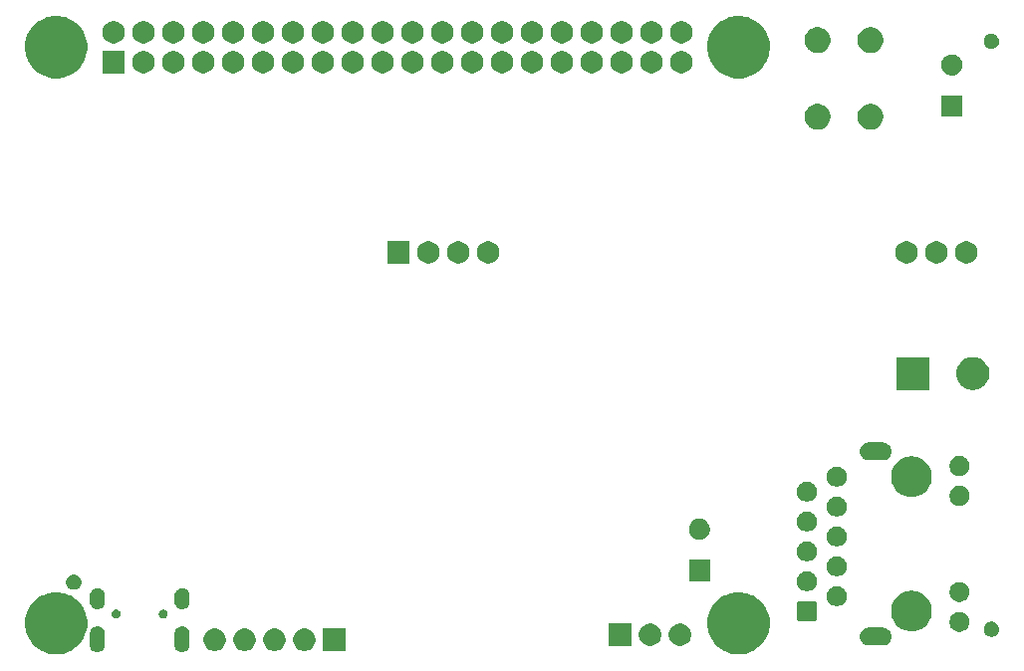
<source format=gbr>
G04 #@! TF.GenerationSoftware,KiCad,Pcbnew,(5.1.5)-3*
G04 #@! TF.CreationDate,2020-06-15T16:44:31+02:00*
G04 #@! TF.ProjectId,HB-RF-ETH,48422d52-462d-4455-9448-2e6b69636164,rev?*
G04 #@! TF.SameCoordinates,Original*
G04 #@! TF.FileFunction,Soldermask,Bot*
G04 #@! TF.FilePolarity,Negative*
%FSLAX46Y46*%
G04 Gerber Fmt 4.6, Leading zero omitted, Abs format (unit mm)*
G04 Created by KiCad (PCBNEW (5.1.5)-3) date 2020-06-15 16:44:31*
%MOMM*%
%LPD*%
G04 APERTURE LIST*
%ADD10C,0.100000*%
G04 APERTURE END LIST*
D10*
G36*
X142102318Y-113917892D02*
G01*
X142272976Y-113951838D01*
X142395236Y-114002480D01*
X142657908Y-114111282D01*
X142755246Y-114151601D01*
X142883990Y-114237625D01*
X143189275Y-114441610D01*
X143558390Y-114810725D01*
X143848400Y-115244756D01*
X143869254Y-115295102D01*
X144021670Y-115663066D01*
X144048162Y-115727025D01*
X144150000Y-116238996D01*
X144150000Y-116761004D01*
X144082108Y-117102318D01*
X144048162Y-117272976D01*
X143848399Y-117755246D01*
X143837187Y-117772026D01*
X143684614Y-118000368D01*
X143558389Y-118189276D01*
X143189276Y-118558389D01*
X142755246Y-118848399D01*
X142755245Y-118848400D01*
X142755244Y-118848400D01*
X142621535Y-118903784D01*
X142272976Y-119048162D01*
X142102318Y-119082108D01*
X141761004Y-119150000D01*
X141238996Y-119150000D01*
X140897682Y-119082108D01*
X140727024Y-119048162D01*
X140378465Y-118903784D01*
X140244756Y-118848400D01*
X140244755Y-118848400D01*
X140244754Y-118848399D01*
X139810724Y-118558389D01*
X139441611Y-118189276D01*
X139315387Y-118000368D01*
X139162813Y-117772026D01*
X139151601Y-117755246D01*
X138951838Y-117272976D01*
X138917892Y-117102318D01*
X138850000Y-116761004D01*
X138850000Y-116238996D01*
X138951838Y-115727025D01*
X138978331Y-115663066D01*
X139130746Y-115295102D01*
X139151600Y-115244756D01*
X139441610Y-114810725D01*
X139810725Y-114441610D01*
X140116010Y-114237625D01*
X140244754Y-114151601D01*
X140342093Y-114111282D01*
X140604764Y-114002480D01*
X140727024Y-113951838D01*
X140897682Y-113917892D01*
X141238996Y-113850000D01*
X141761004Y-113850000D01*
X142102318Y-113917892D01*
G37*
G36*
X84102318Y-113917892D02*
G01*
X84272976Y-113951838D01*
X84395236Y-114002480D01*
X84657908Y-114111282D01*
X84755246Y-114151601D01*
X84883990Y-114237625D01*
X85189275Y-114441610D01*
X85558390Y-114810725D01*
X85848400Y-115244756D01*
X85869254Y-115295102D01*
X86021670Y-115663066D01*
X86048162Y-115727025D01*
X86150000Y-116238996D01*
X86150000Y-116761004D01*
X86082108Y-117102318D01*
X86048162Y-117272976D01*
X85848399Y-117755246D01*
X85837187Y-117772026D01*
X85684614Y-118000368D01*
X85558389Y-118189276D01*
X85189276Y-118558389D01*
X84755246Y-118848399D01*
X84755245Y-118848400D01*
X84755244Y-118848400D01*
X84621535Y-118903784D01*
X84272976Y-119048162D01*
X84102318Y-119082108D01*
X83761004Y-119150000D01*
X83238996Y-119150000D01*
X82897682Y-119082108D01*
X82727024Y-119048162D01*
X82378465Y-118903784D01*
X82244756Y-118848400D01*
X82244755Y-118848400D01*
X82244754Y-118848399D01*
X81810724Y-118558389D01*
X81441611Y-118189276D01*
X81315387Y-118000368D01*
X81162813Y-117772026D01*
X81151601Y-117755246D01*
X80951838Y-117272976D01*
X80917892Y-117102318D01*
X80850000Y-116761004D01*
X80850000Y-116238996D01*
X80951838Y-115727025D01*
X80978331Y-115663066D01*
X81130746Y-115295102D01*
X81151600Y-115244756D01*
X81441610Y-114810725D01*
X81810725Y-114441610D01*
X82116010Y-114237625D01*
X82244754Y-114151601D01*
X82342093Y-114111282D01*
X82604764Y-114002480D01*
X82727024Y-113951838D01*
X82897682Y-113917892D01*
X83238996Y-113850000D01*
X83761004Y-113850000D01*
X84102318Y-113917892D01*
G37*
G36*
X94326441Y-116759333D02*
G01*
X94448024Y-116796215D01*
X94464263Y-116804895D01*
X94560074Y-116856106D01*
X94596319Y-116885852D01*
X94658290Y-116936710D01*
X94674777Y-116956800D01*
X94738894Y-117034925D01*
X94784347Y-117119963D01*
X94798785Y-117146975D01*
X94835667Y-117268558D01*
X94845000Y-117363321D01*
X94845000Y-118336679D01*
X94835667Y-118431442D01*
X94798785Y-118553025D01*
X94795917Y-118558390D01*
X94738894Y-118665075D01*
X94658290Y-118763290D01*
X94560075Y-118843894D01*
X94475037Y-118889347D01*
X94448025Y-118903785D01*
X94326442Y-118940667D01*
X94200000Y-118953120D01*
X94073559Y-118940667D01*
X93951976Y-118903785D01*
X93924964Y-118889347D01*
X93839926Y-118843894D01*
X93741711Y-118763290D01*
X93661107Y-118665075D01*
X93604084Y-118558390D01*
X93601216Y-118553025D01*
X93564334Y-118431442D01*
X93555000Y-118336679D01*
X93555000Y-117363322D01*
X93564333Y-117268559D01*
X93601215Y-117146976D01*
X93630544Y-117092105D01*
X93661106Y-117034926D01*
X93725223Y-116956800D01*
X93741710Y-116936710D01*
X93786777Y-116899725D01*
X93839925Y-116856106D01*
X93935736Y-116804895D01*
X93951975Y-116796215D01*
X94073558Y-116759333D01*
X94200000Y-116746880D01*
X94326441Y-116759333D01*
G37*
G36*
X87126441Y-116759333D02*
G01*
X87248024Y-116796215D01*
X87264263Y-116804895D01*
X87360074Y-116856106D01*
X87396319Y-116885852D01*
X87458290Y-116936710D01*
X87474777Y-116956800D01*
X87538894Y-117034925D01*
X87584347Y-117119963D01*
X87598785Y-117146975D01*
X87635667Y-117268558D01*
X87645000Y-117363321D01*
X87645000Y-118336679D01*
X87635667Y-118431442D01*
X87598785Y-118553025D01*
X87595917Y-118558390D01*
X87538894Y-118665075D01*
X87458290Y-118763290D01*
X87360075Y-118843894D01*
X87275037Y-118889347D01*
X87248025Y-118903785D01*
X87126442Y-118940667D01*
X87000000Y-118953120D01*
X86873559Y-118940667D01*
X86751976Y-118903785D01*
X86724964Y-118889347D01*
X86639926Y-118843894D01*
X86541711Y-118763290D01*
X86461107Y-118665075D01*
X86404084Y-118558390D01*
X86401216Y-118553025D01*
X86364334Y-118431442D01*
X86355000Y-118336679D01*
X86355000Y-117363322D01*
X86364333Y-117268559D01*
X86401215Y-117146976D01*
X86430544Y-117092105D01*
X86461106Y-117034926D01*
X86525223Y-116956800D01*
X86541710Y-116936710D01*
X86586777Y-116899725D01*
X86639925Y-116856106D01*
X86735736Y-116804895D01*
X86751975Y-116796215D01*
X86873558Y-116759333D01*
X87000000Y-116746880D01*
X87126441Y-116759333D01*
G37*
G36*
X108087200Y-118856800D02*
G01*
X106187200Y-118856800D01*
X106187200Y-116956800D01*
X108087200Y-116956800D01*
X108087200Y-118856800D01*
G37*
G36*
X102334303Y-116993307D02*
G01*
X102507192Y-117064920D01*
X102507194Y-117064921D01*
X102662790Y-117168887D01*
X102795113Y-117301210D01*
X102848716Y-117381433D01*
X102899080Y-117456808D01*
X102970693Y-117629697D01*
X103007200Y-117813232D01*
X103007200Y-118000368D01*
X102970693Y-118183903D01*
X102899080Y-118356792D01*
X102899079Y-118356794D01*
X102795113Y-118512390D01*
X102662790Y-118644713D01*
X102507194Y-118748679D01*
X102507193Y-118748680D01*
X102507192Y-118748680D01*
X102334303Y-118820293D01*
X102150768Y-118856800D01*
X101963632Y-118856800D01*
X101780097Y-118820293D01*
X101607208Y-118748680D01*
X101607207Y-118748680D01*
X101607206Y-118748679D01*
X101451610Y-118644713D01*
X101319287Y-118512390D01*
X101215321Y-118356794D01*
X101215320Y-118356792D01*
X101143707Y-118183903D01*
X101107200Y-118000368D01*
X101107200Y-117813232D01*
X101143707Y-117629697D01*
X101215320Y-117456808D01*
X101265684Y-117381433D01*
X101319287Y-117301210D01*
X101451610Y-117168887D01*
X101607206Y-117064921D01*
X101607208Y-117064920D01*
X101780097Y-116993307D01*
X101963632Y-116956800D01*
X102150768Y-116956800D01*
X102334303Y-116993307D01*
G37*
G36*
X99794303Y-116993307D02*
G01*
X99967192Y-117064920D01*
X99967194Y-117064921D01*
X100122790Y-117168887D01*
X100255113Y-117301210D01*
X100308716Y-117381433D01*
X100359080Y-117456808D01*
X100430693Y-117629697D01*
X100467200Y-117813232D01*
X100467200Y-118000368D01*
X100430693Y-118183903D01*
X100359080Y-118356792D01*
X100359079Y-118356794D01*
X100255113Y-118512390D01*
X100122790Y-118644713D01*
X99967194Y-118748679D01*
X99967193Y-118748680D01*
X99967192Y-118748680D01*
X99794303Y-118820293D01*
X99610768Y-118856800D01*
X99423632Y-118856800D01*
X99240097Y-118820293D01*
X99067208Y-118748680D01*
X99067207Y-118748680D01*
X99067206Y-118748679D01*
X98911610Y-118644713D01*
X98779287Y-118512390D01*
X98675321Y-118356794D01*
X98675320Y-118356792D01*
X98603707Y-118183903D01*
X98567200Y-118000368D01*
X98567200Y-117813232D01*
X98603707Y-117629697D01*
X98675320Y-117456808D01*
X98725684Y-117381433D01*
X98779287Y-117301210D01*
X98911610Y-117168887D01*
X99067206Y-117064921D01*
X99067208Y-117064920D01*
X99240097Y-116993307D01*
X99423632Y-116956800D01*
X99610768Y-116956800D01*
X99794303Y-116993307D01*
G37*
G36*
X97254303Y-116993307D02*
G01*
X97427192Y-117064920D01*
X97427194Y-117064921D01*
X97582790Y-117168887D01*
X97715113Y-117301210D01*
X97768716Y-117381433D01*
X97819080Y-117456808D01*
X97890693Y-117629697D01*
X97927200Y-117813232D01*
X97927200Y-118000368D01*
X97890693Y-118183903D01*
X97819080Y-118356792D01*
X97819079Y-118356794D01*
X97715113Y-118512390D01*
X97582790Y-118644713D01*
X97427194Y-118748679D01*
X97427193Y-118748680D01*
X97427192Y-118748680D01*
X97254303Y-118820293D01*
X97070768Y-118856800D01*
X96883632Y-118856800D01*
X96700097Y-118820293D01*
X96527208Y-118748680D01*
X96527207Y-118748680D01*
X96527206Y-118748679D01*
X96371610Y-118644713D01*
X96239287Y-118512390D01*
X96135321Y-118356794D01*
X96135320Y-118356792D01*
X96063707Y-118183903D01*
X96027200Y-118000368D01*
X96027200Y-117813232D01*
X96063707Y-117629697D01*
X96135320Y-117456808D01*
X96185684Y-117381433D01*
X96239287Y-117301210D01*
X96371610Y-117168887D01*
X96527206Y-117064921D01*
X96527208Y-117064920D01*
X96700097Y-116993307D01*
X96883632Y-116956800D01*
X97070768Y-116956800D01*
X97254303Y-116993307D01*
G37*
G36*
X104874303Y-116993307D02*
G01*
X105047192Y-117064920D01*
X105047194Y-117064921D01*
X105202790Y-117168887D01*
X105335113Y-117301210D01*
X105388716Y-117381433D01*
X105439080Y-117456808D01*
X105510693Y-117629697D01*
X105547200Y-117813232D01*
X105547200Y-118000368D01*
X105510693Y-118183903D01*
X105439080Y-118356792D01*
X105439079Y-118356794D01*
X105335113Y-118512390D01*
X105202790Y-118644713D01*
X105047194Y-118748679D01*
X105047193Y-118748680D01*
X105047192Y-118748680D01*
X104874303Y-118820293D01*
X104690768Y-118856800D01*
X104503632Y-118856800D01*
X104320097Y-118820293D01*
X104147208Y-118748680D01*
X104147207Y-118748680D01*
X104147206Y-118748679D01*
X103991610Y-118644713D01*
X103859287Y-118512390D01*
X103755321Y-118356794D01*
X103755320Y-118356792D01*
X103683707Y-118183903D01*
X103647200Y-118000368D01*
X103647200Y-117813232D01*
X103683707Y-117629697D01*
X103755320Y-117456808D01*
X103805684Y-117381433D01*
X103859287Y-117301210D01*
X103991610Y-117168887D01*
X104147206Y-117064921D01*
X104147208Y-117064920D01*
X104320097Y-116993307D01*
X104503632Y-116956800D01*
X104690768Y-116956800D01*
X104874303Y-116993307D01*
G37*
G36*
X132395000Y-118425000D02*
G01*
X130495000Y-118425000D01*
X130495000Y-116525000D01*
X132395000Y-116525000D01*
X132395000Y-118425000D01*
G37*
G36*
X134262103Y-116561507D02*
G01*
X134434992Y-116633120D01*
X134434994Y-116633121D01*
X134590590Y-116737087D01*
X134722913Y-116869410D01*
X134826879Y-117025006D01*
X134826880Y-117025008D01*
X134898493Y-117197897D01*
X134935000Y-117381432D01*
X134935000Y-117568568D01*
X134898493Y-117752103D01*
X134873172Y-117813233D01*
X134826879Y-117924994D01*
X134722913Y-118080590D01*
X134590590Y-118212913D01*
X134434994Y-118316879D01*
X134434993Y-118316880D01*
X134434992Y-118316880D01*
X134262103Y-118388493D01*
X134078568Y-118425000D01*
X133891432Y-118425000D01*
X133707897Y-118388493D01*
X133535008Y-118316880D01*
X133535007Y-118316880D01*
X133535006Y-118316879D01*
X133379410Y-118212913D01*
X133247087Y-118080590D01*
X133143121Y-117924994D01*
X133096828Y-117813233D01*
X133071507Y-117752103D01*
X133035000Y-117568568D01*
X133035000Y-117381432D01*
X133071507Y-117197897D01*
X133143120Y-117025008D01*
X133143121Y-117025006D01*
X133247087Y-116869410D01*
X133379410Y-116737087D01*
X133535006Y-116633121D01*
X133535008Y-116633120D01*
X133707897Y-116561507D01*
X133891432Y-116525000D01*
X134078568Y-116525000D01*
X134262103Y-116561507D01*
G37*
G36*
X136802103Y-116561507D02*
G01*
X136974992Y-116633120D01*
X136974994Y-116633121D01*
X137130590Y-116737087D01*
X137262913Y-116869410D01*
X137366879Y-117025006D01*
X137366880Y-117025008D01*
X137438493Y-117197897D01*
X137475000Y-117381432D01*
X137475000Y-117568568D01*
X137438493Y-117752103D01*
X137413172Y-117813233D01*
X137366879Y-117924994D01*
X137262913Y-118080590D01*
X137130590Y-118212913D01*
X136974994Y-118316879D01*
X136974993Y-118316880D01*
X136974992Y-118316880D01*
X136802103Y-118388493D01*
X136618568Y-118425000D01*
X136431432Y-118425000D01*
X136247897Y-118388493D01*
X136075008Y-118316880D01*
X136075007Y-118316880D01*
X136075006Y-118316879D01*
X135919410Y-118212913D01*
X135787087Y-118080590D01*
X135683121Y-117924994D01*
X135636828Y-117813233D01*
X135611507Y-117752103D01*
X135575000Y-117568568D01*
X135575000Y-117381432D01*
X135611507Y-117197897D01*
X135683120Y-117025008D01*
X135683121Y-117025006D01*
X135787087Y-116869410D01*
X135919410Y-116737087D01*
X136075006Y-116633121D01*
X136075008Y-116633120D01*
X136247897Y-116561507D01*
X136431432Y-116525000D01*
X136618568Y-116525000D01*
X136802103Y-116561507D01*
G37*
G36*
X153897025Y-116885852D02*
G01*
X154038402Y-116928739D01*
X154168692Y-116998379D01*
X154282895Y-117092105D01*
X154376621Y-117206308D01*
X154446261Y-117336598D01*
X154489148Y-117477975D01*
X154503628Y-117625000D01*
X154489148Y-117772025D01*
X154446261Y-117913402D01*
X154376621Y-118043692D01*
X154282895Y-118157895D01*
X154168692Y-118251621D01*
X154038402Y-118321261D01*
X153897025Y-118364148D01*
X153786839Y-118375000D01*
X152513161Y-118375000D01*
X152402975Y-118364148D01*
X152261598Y-118321261D01*
X152131308Y-118251621D01*
X152017105Y-118157895D01*
X151923379Y-118043692D01*
X151853739Y-117913402D01*
X151810852Y-117772025D01*
X151796372Y-117625000D01*
X151810852Y-117477975D01*
X151853739Y-117336598D01*
X151923379Y-117206308D01*
X152017105Y-117092105D01*
X152131308Y-116998379D01*
X152261598Y-116928739D01*
X152402975Y-116885852D01*
X152513161Y-116875000D01*
X153786839Y-116875000D01*
X153897025Y-116885852D01*
G37*
G36*
X163126808Y-116362489D02*
G01*
X163189598Y-116374979D01*
X163258891Y-116403682D01*
X163307889Y-116423977D01*
X163307890Y-116423978D01*
X163414351Y-116495112D01*
X163504888Y-116585649D01*
X163504889Y-116585651D01*
X163576023Y-116692111D01*
X163594652Y-116737086D01*
X163625021Y-116810402D01*
X163625021Y-116810404D01*
X163650000Y-116935979D01*
X163650000Y-117064021D01*
X163638127Y-117123709D01*
X163625021Y-117189598D01*
X163596318Y-117258891D01*
X163576023Y-117307889D01*
X163576022Y-117307890D01*
X163504888Y-117414351D01*
X163414351Y-117504888D01*
X163360760Y-117540696D01*
X163307889Y-117576023D01*
X163258891Y-117596318D01*
X163189598Y-117625021D01*
X163126809Y-117637510D01*
X163064021Y-117650000D01*
X162935979Y-117650000D01*
X162873191Y-117637510D01*
X162810402Y-117625021D01*
X162741109Y-117596318D01*
X162692111Y-117576023D01*
X162639240Y-117540696D01*
X162585649Y-117504888D01*
X162495112Y-117414351D01*
X162423978Y-117307890D01*
X162423977Y-117307889D01*
X162403682Y-117258891D01*
X162374979Y-117189598D01*
X162361873Y-117123709D01*
X162350000Y-117064021D01*
X162350000Y-116935979D01*
X162374979Y-116810404D01*
X162374979Y-116810402D01*
X162405348Y-116737086D01*
X162423977Y-116692111D01*
X162495111Y-116585651D01*
X162495112Y-116585649D01*
X162585649Y-116495112D01*
X162692110Y-116423978D01*
X162692111Y-116423977D01*
X162741109Y-116403682D01*
X162810402Y-116374979D01*
X162873192Y-116362489D01*
X162935979Y-116350000D01*
X163064021Y-116350000D01*
X163126808Y-116362489D01*
G37*
G36*
X160527934Y-115557664D02*
G01*
X160682625Y-115621739D01*
X160702320Y-115634899D01*
X160821844Y-115714762D01*
X160940238Y-115833156D01*
X160940239Y-115833158D01*
X161033261Y-115972375D01*
X161097336Y-116127066D01*
X161130000Y-116291281D01*
X161130000Y-116458719D01*
X161097336Y-116622934D01*
X161033261Y-116777625D01*
X161020839Y-116796216D01*
X160940238Y-116916844D01*
X160821844Y-117035238D01*
X160777420Y-117064921D01*
X160682625Y-117128261D01*
X160527934Y-117192336D01*
X160363719Y-117225000D01*
X160196281Y-117225000D01*
X160032066Y-117192336D01*
X159877375Y-117128261D01*
X159782580Y-117064921D01*
X159738156Y-117035238D01*
X159619762Y-116916844D01*
X159539161Y-116796216D01*
X159526739Y-116777625D01*
X159462664Y-116622934D01*
X159430000Y-116458719D01*
X159430000Y-116291281D01*
X159462664Y-116127066D01*
X159526739Y-115972375D01*
X159619761Y-115833158D01*
X159619762Y-115833156D01*
X159738156Y-115714762D01*
X159857680Y-115634899D01*
X159877375Y-115621739D01*
X160032066Y-115557664D01*
X160196281Y-115525000D01*
X160363719Y-115525000D01*
X160527934Y-115557664D01*
G37*
G36*
X156411415Y-113748258D02*
G01*
X156703164Y-113806290D01*
X157017094Y-113936324D01*
X157299624Y-114125105D01*
X157539895Y-114365376D01*
X157728676Y-114647906D01*
X157858710Y-114961836D01*
X157925000Y-115295102D01*
X157925000Y-115634898D01*
X157858710Y-115968164D01*
X157728676Y-116282094D01*
X157539895Y-116564624D01*
X157299624Y-116804895D01*
X157017094Y-116993676D01*
X156703164Y-117123710D01*
X156411415Y-117181742D01*
X156369899Y-117190000D01*
X156030101Y-117190000D01*
X155988585Y-117181742D01*
X155696836Y-117123710D01*
X155382906Y-116993676D01*
X155100376Y-116804895D01*
X154860105Y-116564624D01*
X154671324Y-116282094D01*
X154541290Y-115968164D01*
X154475000Y-115634898D01*
X154475000Y-115295102D01*
X154541290Y-114961836D01*
X154671324Y-114647906D01*
X154860105Y-114365376D01*
X155100376Y-114125105D01*
X155382906Y-113936324D01*
X155696836Y-113806290D01*
X155988585Y-113748258D01*
X156030101Y-113740000D01*
X156369899Y-113740000D01*
X156411415Y-113748258D01*
G37*
G36*
X147958241Y-114620052D02*
G01*
X148005209Y-114634300D01*
X148048490Y-114657434D01*
X148086430Y-114688570D01*
X148117566Y-114726510D01*
X148140700Y-114769791D01*
X148154948Y-114816759D01*
X148160000Y-114868054D01*
X148160000Y-116061946D01*
X148154948Y-116113241D01*
X148140700Y-116160209D01*
X148117566Y-116203490D01*
X148086430Y-116241430D01*
X148048490Y-116272566D01*
X148005209Y-116295700D01*
X147958241Y-116309948D01*
X147906946Y-116315000D01*
X146713054Y-116315000D01*
X146661759Y-116309948D01*
X146614791Y-116295700D01*
X146571510Y-116272566D01*
X146533570Y-116241430D01*
X146502434Y-116203490D01*
X146479300Y-116160209D01*
X146465052Y-116113241D01*
X146460000Y-116061946D01*
X146460000Y-114868054D01*
X146465052Y-114816759D01*
X146479300Y-114769791D01*
X146502434Y-114726510D01*
X146533570Y-114688570D01*
X146571510Y-114657434D01*
X146614791Y-114634300D01*
X146661759Y-114620052D01*
X146713054Y-114615000D01*
X147906946Y-114615000D01*
X147958241Y-114620052D01*
G37*
G36*
X88709383Y-115339411D02*
G01*
X88777629Y-115367680D01*
X88839048Y-115408719D01*
X88891281Y-115460952D01*
X88932320Y-115522371D01*
X88960589Y-115590617D01*
X88975000Y-115663066D01*
X88975000Y-115736934D01*
X88960589Y-115809383D01*
X88932320Y-115877629D01*
X88891281Y-115939048D01*
X88839048Y-115991281D01*
X88777629Y-116032320D01*
X88777628Y-116032321D01*
X88777627Y-116032321D01*
X88709383Y-116060589D01*
X88636935Y-116075000D01*
X88563065Y-116075000D01*
X88490617Y-116060589D01*
X88422373Y-116032321D01*
X88422372Y-116032321D01*
X88422371Y-116032320D01*
X88360952Y-115991281D01*
X88308719Y-115939048D01*
X88267680Y-115877629D01*
X88239411Y-115809383D01*
X88225000Y-115736934D01*
X88225000Y-115663066D01*
X88239411Y-115590617D01*
X88267680Y-115522371D01*
X88308719Y-115460952D01*
X88360952Y-115408719D01*
X88422371Y-115367680D01*
X88490617Y-115339411D01*
X88563065Y-115325000D01*
X88636935Y-115325000D01*
X88709383Y-115339411D01*
G37*
G36*
X92709383Y-115339411D02*
G01*
X92777629Y-115367680D01*
X92839048Y-115408719D01*
X92891281Y-115460952D01*
X92932320Y-115522371D01*
X92960589Y-115590617D01*
X92975000Y-115663066D01*
X92975000Y-115736934D01*
X92960589Y-115809383D01*
X92932320Y-115877629D01*
X92891281Y-115939048D01*
X92839048Y-115991281D01*
X92777629Y-116032320D01*
X92777628Y-116032321D01*
X92777627Y-116032321D01*
X92709383Y-116060589D01*
X92636935Y-116075000D01*
X92563065Y-116075000D01*
X92490617Y-116060589D01*
X92422373Y-116032321D01*
X92422372Y-116032321D01*
X92422371Y-116032320D01*
X92360952Y-115991281D01*
X92308719Y-115939048D01*
X92267680Y-115877629D01*
X92239411Y-115809383D01*
X92225000Y-115736934D01*
X92225000Y-115663066D01*
X92239411Y-115590617D01*
X92267680Y-115522371D01*
X92308719Y-115460952D01*
X92360952Y-115408719D01*
X92422371Y-115367680D01*
X92490617Y-115339411D01*
X92563065Y-115325000D01*
X92636935Y-115325000D01*
X92709383Y-115339411D01*
G37*
G36*
X87122520Y-113509043D02*
G01*
X87240333Y-113544781D01*
X87240335Y-113544782D01*
X87348909Y-113602815D01*
X87405028Y-113648871D01*
X87444080Y-113680920D01*
X87494482Y-113742335D01*
X87522185Y-113776091D01*
X87561690Y-113850000D01*
X87580219Y-113884666D01*
X87615957Y-114002479D01*
X87625000Y-114094296D01*
X87625000Y-114705704D01*
X87615957Y-114797521D01*
X87598449Y-114855239D01*
X87580218Y-114915336D01*
X87522185Y-115023910D01*
X87444080Y-115119080D01*
X87348910Y-115197185D01*
X87259913Y-115244754D01*
X87240334Y-115255219D01*
X87122521Y-115290957D01*
X87000000Y-115303024D01*
X86877480Y-115290957D01*
X86759667Y-115255219D01*
X86740088Y-115244754D01*
X86651091Y-115197185D01*
X86555921Y-115119080D01*
X86477815Y-115023909D01*
X86419782Y-114915336D01*
X86401552Y-114855239D01*
X86384043Y-114797521D01*
X86375000Y-114705704D01*
X86375000Y-114094297D01*
X86384043Y-114002480D01*
X86419781Y-113884667D01*
X86438311Y-113850000D01*
X86477815Y-113776091D01*
X86523871Y-113719973D01*
X86555920Y-113680920D01*
X86651089Y-113602817D01*
X86651091Y-113602815D01*
X86759664Y-113544782D01*
X86759666Y-113544781D01*
X86877479Y-113509043D01*
X87000000Y-113496976D01*
X87122520Y-113509043D01*
G37*
G36*
X94322520Y-113509043D02*
G01*
X94440333Y-113544781D01*
X94440335Y-113544782D01*
X94548909Y-113602815D01*
X94605028Y-113648871D01*
X94644080Y-113680920D01*
X94694482Y-113742335D01*
X94722185Y-113776091D01*
X94761690Y-113850000D01*
X94780219Y-113884666D01*
X94815957Y-114002479D01*
X94825000Y-114094296D01*
X94825000Y-114705704D01*
X94815957Y-114797521D01*
X94798449Y-114855239D01*
X94780218Y-114915336D01*
X94722185Y-115023910D01*
X94644080Y-115119080D01*
X94548910Y-115197185D01*
X94459913Y-115244754D01*
X94440334Y-115255219D01*
X94322521Y-115290957D01*
X94200000Y-115303024D01*
X94077480Y-115290957D01*
X93959667Y-115255219D01*
X93940088Y-115244754D01*
X93851091Y-115197185D01*
X93755921Y-115119080D01*
X93677815Y-115023909D01*
X93619782Y-114915336D01*
X93601552Y-114855239D01*
X93584043Y-114797521D01*
X93575000Y-114705704D01*
X93575000Y-114094297D01*
X93584043Y-114002480D01*
X93619781Y-113884667D01*
X93638311Y-113850000D01*
X93677815Y-113776091D01*
X93723871Y-113719973D01*
X93755920Y-113680920D01*
X93851089Y-113602817D01*
X93851091Y-113602815D01*
X93959664Y-113544782D01*
X93959666Y-113544781D01*
X94077479Y-113509043D01*
X94200000Y-113496976D01*
X94322520Y-113509043D01*
G37*
G36*
X150097934Y-113377664D02*
G01*
X150252625Y-113441739D01*
X150252626Y-113441740D01*
X150391844Y-113534762D01*
X150510238Y-113653156D01*
X150528789Y-113680920D01*
X150603261Y-113792375D01*
X150667336Y-113947066D01*
X150700000Y-114111281D01*
X150700000Y-114278719D01*
X150667336Y-114442934D01*
X150603261Y-114597625D01*
X150577211Y-114636611D01*
X150510238Y-114736844D01*
X150391844Y-114855238D01*
X150372663Y-114868054D01*
X150252625Y-114948261D01*
X150097934Y-115012336D01*
X149933719Y-115045000D01*
X149766281Y-115045000D01*
X149602066Y-115012336D01*
X149447375Y-114948261D01*
X149327337Y-114868054D01*
X149308156Y-114855238D01*
X149189762Y-114736844D01*
X149122789Y-114636611D01*
X149096739Y-114597625D01*
X149032664Y-114442934D01*
X149000000Y-114278719D01*
X149000000Y-114111281D01*
X149032664Y-113947066D01*
X149096739Y-113792375D01*
X149171211Y-113680920D01*
X149189762Y-113653156D01*
X149308156Y-113534762D01*
X149447374Y-113441740D01*
X149447375Y-113441739D01*
X149602066Y-113377664D01*
X149766281Y-113345000D01*
X149933719Y-113345000D01*
X150097934Y-113377664D01*
G37*
G36*
X160527934Y-113017664D02*
G01*
X160682625Y-113081739D01*
X160682626Y-113081740D01*
X160821844Y-113174762D01*
X160940238Y-113293156D01*
X160940239Y-113293158D01*
X161033261Y-113432375D01*
X161097336Y-113587066D01*
X161130000Y-113751281D01*
X161130000Y-113918719D01*
X161097336Y-114082934D01*
X161033261Y-114237625D01*
X161033260Y-114237626D01*
X160940238Y-114376844D01*
X160821844Y-114495238D01*
X160751762Y-114542065D01*
X160682625Y-114588261D01*
X160527934Y-114652336D01*
X160363719Y-114685000D01*
X160196281Y-114685000D01*
X160032066Y-114652336D01*
X159877375Y-114588261D01*
X159808238Y-114542065D01*
X159738156Y-114495238D01*
X159619762Y-114376844D01*
X159526740Y-114237626D01*
X159526739Y-114237625D01*
X159462664Y-114082934D01*
X159430000Y-113918719D01*
X159430000Y-113751281D01*
X159462664Y-113587066D01*
X159526739Y-113432375D01*
X159619761Y-113293158D01*
X159619762Y-113293156D01*
X159738156Y-113174762D01*
X159877374Y-113081740D01*
X159877375Y-113081739D01*
X160032066Y-113017664D01*
X160196281Y-112985000D01*
X160363719Y-112985000D01*
X160527934Y-113017664D01*
G37*
G36*
X147557934Y-112107664D02*
G01*
X147712625Y-112171739D01*
X147712626Y-112171740D01*
X147851844Y-112264762D01*
X147970238Y-112383156D01*
X147997514Y-112423978D01*
X148063261Y-112522375D01*
X148127336Y-112677066D01*
X148160000Y-112841281D01*
X148160000Y-113008719D01*
X148127336Y-113172934D01*
X148063261Y-113327625D01*
X148063260Y-113327626D01*
X147970238Y-113466844D01*
X147851844Y-113585238D01*
X147849111Y-113587064D01*
X147712625Y-113678261D01*
X147557934Y-113742336D01*
X147393719Y-113775000D01*
X147226281Y-113775000D01*
X147062066Y-113742336D01*
X146907375Y-113678261D01*
X146770889Y-113587064D01*
X146768156Y-113585238D01*
X146649762Y-113466844D01*
X146556740Y-113327626D01*
X146556739Y-113327625D01*
X146492664Y-113172934D01*
X146460000Y-113008719D01*
X146460000Y-112841281D01*
X146492664Y-112677066D01*
X146556739Y-112522375D01*
X146622486Y-112423978D01*
X146649762Y-112383156D01*
X146768156Y-112264762D01*
X146907374Y-112171740D01*
X146907375Y-112171739D01*
X147062066Y-112107664D01*
X147226281Y-112075000D01*
X147393719Y-112075000D01*
X147557934Y-112107664D01*
G37*
G36*
X85126808Y-112362489D02*
G01*
X85189598Y-112374979D01*
X85258891Y-112403682D01*
X85307889Y-112423977D01*
X85307890Y-112423978D01*
X85414351Y-112495112D01*
X85504888Y-112585649D01*
X85504889Y-112585651D01*
X85576023Y-112692111D01*
X85596318Y-112741109D01*
X85625021Y-112810402D01*
X85625021Y-112810404D01*
X85650000Y-112935979D01*
X85650000Y-113064021D01*
X85646475Y-113081740D01*
X85625021Y-113189598D01*
X85596318Y-113258891D01*
X85576023Y-113307889D01*
X85576022Y-113307890D01*
X85504888Y-113414351D01*
X85414351Y-113504888D01*
X85369642Y-113534761D01*
X85307889Y-113576023D01*
X85258891Y-113596318D01*
X85189598Y-113625021D01*
X85126809Y-113637510D01*
X85064021Y-113650000D01*
X84935979Y-113650000D01*
X84873191Y-113637510D01*
X84810402Y-113625021D01*
X84741109Y-113596318D01*
X84692111Y-113576023D01*
X84630358Y-113534761D01*
X84585649Y-113504888D01*
X84495112Y-113414351D01*
X84423978Y-113307890D01*
X84423977Y-113307889D01*
X84403682Y-113258891D01*
X84374979Y-113189598D01*
X84353525Y-113081740D01*
X84350000Y-113064021D01*
X84350000Y-112935979D01*
X84374979Y-112810404D01*
X84374979Y-112810402D01*
X84403682Y-112741109D01*
X84423977Y-112692111D01*
X84495111Y-112585651D01*
X84495112Y-112585649D01*
X84585649Y-112495112D01*
X84692110Y-112423978D01*
X84692111Y-112423977D01*
X84741109Y-112403682D01*
X84810402Y-112374979D01*
X84873192Y-112362489D01*
X84935979Y-112350000D01*
X85064021Y-112350000D01*
X85126808Y-112362489D01*
G37*
G36*
X139076000Y-112914000D02*
G01*
X137276000Y-112914000D01*
X137276000Y-111114000D01*
X139076000Y-111114000D01*
X139076000Y-112914000D01*
G37*
G36*
X150097934Y-110837664D02*
G01*
X150252625Y-110901739D01*
X150252626Y-110901740D01*
X150391844Y-110994762D01*
X150510238Y-111113156D01*
X150557065Y-111183238D01*
X150603261Y-111252375D01*
X150667336Y-111407066D01*
X150700000Y-111571281D01*
X150700000Y-111738719D01*
X150667336Y-111902934D01*
X150603261Y-112057625D01*
X150603260Y-112057626D01*
X150510238Y-112196844D01*
X150391844Y-112315238D01*
X150339819Y-112350000D01*
X150252625Y-112408261D01*
X150097934Y-112472336D01*
X149933719Y-112505000D01*
X149766281Y-112505000D01*
X149602066Y-112472336D01*
X149447375Y-112408261D01*
X149360181Y-112350000D01*
X149308156Y-112315238D01*
X149189762Y-112196844D01*
X149096740Y-112057626D01*
X149096739Y-112057625D01*
X149032664Y-111902934D01*
X149000000Y-111738719D01*
X149000000Y-111571281D01*
X149032664Y-111407066D01*
X149096739Y-111252375D01*
X149142935Y-111183238D01*
X149189762Y-111113156D01*
X149308156Y-110994762D01*
X149447374Y-110901740D01*
X149447375Y-110901739D01*
X149602066Y-110837664D01*
X149766281Y-110805000D01*
X149933719Y-110805000D01*
X150097934Y-110837664D01*
G37*
G36*
X147557934Y-109567664D02*
G01*
X147712625Y-109631739D01*
X147712626Y-109631740D01*
X147851844Y-109724762D01*
X147970238Y-109843156D01*
X148017065Y-109913238D01*
X148063261Y-109982375D01*
X148127336Y-110137066D01*
X148160000Y-110301281D01*
X148160000Y-110468719D01*
X148127336Y-110632934D01*
X148063261Y-110787625D01*
X148063260Y-110787626D01*
X147970238Y-110926844D01*
X147851844Y-111045238D01*
X147781762Y-111092065D01*
X147712625Y-111138261D01*
X147557934Y-111202336D01*
X147393719Y-111235000D01*
X147226281Y-111235000D01*
X147062066Y-111202336D01*
X146907375Y-111138261D01*
X146838238Y-111092065D01*
X146768156Y-111045238D01*
X146649762Y-110926844D01*
X146556740Y-110787626D01*
X146556739Y-110787625D01*
X146492664Y-110632934D01*
X146460000Y-110468719D01*
X146460000Y-110301281D01*
X146492664Y-110137066D01*
X146556739Y-109982375D01*
X146602935Y-109913238D01*
X146649762Y-109843156D01*
X146768156Y-109724762D01*
X146907374Y-109631740D01*
X146907375Y-109631739D01*
X147062066Y-109567664D01*
X147226281Y-109535000D01*
X147393719Y-109535000D01*
X147557934Y-109567664D01*
G37*
G36*
X150097934Y-108297664D02*
G01*
X150252625Y-108361739D01*
X150252626Y-108361740D01*
X150391844Y-108454762D01*
X150510238Y-108573156D01*
X150529940Y-108602642D01*
X150603261Y-108712375D01*
X150667336Y-108867066D01*
X150700000Y-109031281D01*
X150700000Y-109198719D01*
X150667336Y-109362934D01*
X150603261Y-109517625D01*
X150603260Y-109517626D01*
X150510238Y-109656844D01*
X150391844Y-109775238D01*
X150321762Y-109822065D01*
X150252625Y-109868261D01*
X150097934Y-109932336D01*
X149933719Y-109965000D01*
X149766281Y-109965000D01*
X149602066Y-109932336D01*
X149447375Y-109868261D01*
X149378238Y-109822065D01*
X149308156Y-109775238D01*
X149189762Y-109656844D01*
X149096740Y-109517626D01*
X149096739Y-109517625D01*
X149032664Y-109362934D01*
X149000000Y-109198719D01*
X149000000Y-109031281D01*
X149032664Y-108867066D01*
X149096739Y-108712375D01*
X149170060Y-108602642D01*
X149189762Y-108573156D01*
X149308156Y-108454762D01*
X149447374Y-108361740D01*
X149447375Y-108361739D01*
X149602066Y-108297664D01*
X149766281Y-108265000D01*
X149933719Y-108265000D01*
X150097934Y-108297664D01*
G37*
G36*
X138380561Y-107637057D02*
G01*
X138438520Y-107648586D01*
X138602310Y-107716430D01*
X138749717Y-107814924D01*
X138875076Y-107940283D01*
X138973570Y-108087690D01*
X139039818Y-108247626D01*
X139041414Y-108251481D01*
X139076000Y-108425356D01*
X139076000Y-108602644D01*
X139064126Y-108662336D01*
X139041414Y-108776520D01*
X138973570Y-108940310D01*
X138875076Y-109087717D01*
X138749717Y-109213076D01*
X138602310Y-109311570D01*
X138438520Y-109379414D01*
X138380561Y-109390943D01*
X138264644Y-109414000D01*
X138087356Y-109414000D01*
X137971439Y-109390943D01*
X137913480Y-109379414D01*
X137749690Y-109311570D01*
X137602283Y-109213076D01*
X137476924Y-109087717D01*
X137378430Y-108940310D01*
X137310586Y-108776520D01*
X137287874Y-108662336D01*
X137276000Y-108602644D01*
X137276000Y-108425356D01*
X137310586Y-108251481D01*
X137312183Y-108247626D01*
X137378430Y-108087690D01*
X137476924Y-107940283D01*
X137602283Y-107814924D01*
X137749690Y-107716430D01*
X137913480Y-107648586D01*
X137971439Y-107637057D01*
X138087356Y-107614000D01*
X138264644Y-107614000D01*
X138380561Y-107637057D01*
G37*
G36*
X147557934Y-107027664D02*
G01*
X147712625Y-107091739D01*
X147712626Y-107091740D01*
X147851844Y-107184762D01*
X147970238Y-107303156D01*
X148017065Y-107373238D01*
X148063261Y-107442375D01*
X148127336Y-107597066D01*
X148160000Y-107761281D01*
X148160000Y-107928719D01*
X148127336Y-108092934D01*
X148063261Y-108247625D01*
X148063260Y-108247626D01*
X147970238Y-108386844D01*
X147851844Y-108505238D01*
X147781762Y-108552065D01*
X147712625Y-108598261D01*
X147557934Y-108662336D01*
X147393719Y-108695000D01*
X147226281Y-108695000D01*
X147062066Y-108662336D01*
X146907375Y-108598261D01*
X146838238Y-108552065D01*
X146768156Y-108505238D01*
X146649762Y-108386844D01*
X146556740Y-108247626D01*
X146556739Y-108247625D01*
X146492664Y-108092934D01*
X146460000Y-107928719D01*
X146460000Y-107761281D01*
X146492664Y-107597066D01*
X146556739Y-107442375D01*
X146602935Y-107373238D01*
X146649762Y-107303156D01*
X146768156Y-107184762D01*
X146907374Y-107091740D01*
X146907375Y-107091739D01*
X147062066Y-107027664D01*
X147226281Y-106995000D01*
X147393719Y-106995000D01*
X147557934Y-107027664D01*
G37*
G36*
X150097934Y-105757664D02*
G01*
X150252625Y-105821739D01*
X150252626Y-105821740D01*
X150391844Y-105914762D01*
X150510238Y-106033156D01*
X150533269Y-106067625D01*
X150603261Y-106172375D01*
X150667336Y-106327066D01*
X150700000Y-106491281D01*
X150700000Y-106658719D01*
X150667336Y-106822934D01*
X150603261Y-106977625D01*
X150603260Y-106977626D01*
X150510238Y-107116844D01*
X150391844Y-107235238D01*
X150321762Y-107282065D01*
X150252625Y-107328261D01*
X150097934Y-107392336D01*
X149933719Y-107425000D01*
X149766281Y-107425000D01*
X149602066Y-107392336D01*
X149447375Y-107328261D01*
X149378238Y-107282065D01*
X149308156Y-107235238D01*
X149189762Y-107116844D01*
X149096740Y-106977626D01*
X149096739Y-106977625D01*
X149032664Y-106822934D01*
X149000000Y-106658719D01*
X149000000Y-106491281D01*
X149032664Y-106327066D01*
X149096739Y-106172375D01*
X149166731Y-106067625D01*
X149189762Y-106033156D01*
X149308156Y-105914762D01*
X149447374Y-105821740D01*
X149447375Y-105821739D01*
X149602066Y-105757664D01*
X149766281Y-105725000D01*
X149933719Y-105725000D01*
X150097934Y-105757664D01*
G37*
G36*
X160527934Y-104847664D02*
G01*
X160682625Y-104911739D01*
X160682626Y-104911740D01*
X160821844Y-105004762D01*
X160940238Y-105123156D01*
X160987065Y-105193238D01*
X161033261Y-105262375D01*
X161097336Y-105417066D01*
X161130000Y-105581281D01*
X161130000Y-105748719D01*
X161097336Y-105912934D01*
X161033261Y-106067625D01*
X161033260Y-106067626D01*
X160940238Y-106206844D01*
X160821844Y-106325238D01*
X160819111Y-106327064D01*
X160682625Y-106418261D01*
X160527934Y-106482336D01*
X160363719Y-106515000D01*
X160196281Y-106515000D01*
X160032066Y-106482336D01*
X159877375Y-106418261D01*
X159740889Y-106327064D01*
X159738156Y-106325238D01*
X159619762Y-106206844D01*
X159526740Y-106067626D01*
X159526739Y-106067625D01*
X159462664Y-105912934D01*
X159430000Y-105748719D01*
X159430000Y-105581281D01*
X159462664Y-105417066D01*
X159526739Y-105262375D01*
X159572935Y-105193238D01*
X159619762Y-105123156D01*
X159738156Y-105004762D01*
X159877374Y-104911740D01*
X159877375Y-104911739D01*
X160032066Y-104847664D01*
X160196281Y-104815000D01*
X160363719Y-104815000D01*
X160527934Y-104847664D01*
G37*
G36*
X147557934Y-104487664D02*
G01*
X147712625Y-104551739D01*
X147712626Y-104551740D01*
X147851844Y-104644762D01*
X147970238Y-104763156D01*
X148004879Y-104815000D01*
X148063261Y-104902375D01*
X148127336Y-105057066D01*
X148160000Y-105221281D01*
X148160000Y-105388719D01*
X148127336Y-105552934D01*
X148063261Y-105707625D01*
X148063260Y-105707626D01*
X147970238Y-105846844D01*
X147851844Y-105965238D01*
X147781762Y-106012065D01*
X147712625Y-106058261D01*
X147557934Y-106122336D01*
X147393719Y-106155000D01*
X147226281Y-106155000D01*
X147062066Y-106122336D01*
X146907375Y-106058261D01*
X146838238Y-106012065D01*
X146768156Y-105965238D01*
X146649762Y-105846844D01*
X146556740Y-105707626D01*
X146556739Y-105707625D01*
X146492664Y-105552934D01*
X146460000Y-105388719D01*
X146460000Y-105221281D01*
X146492664Y-105057066D01*
X146556739Y-104902375D01*
X146615121Y-104815000D01*
X146649762Y-104763156D01*
X146768156Y-104644762D01*
X146907374Y-104551740D01*
X146907375Y-104551739D01*
X147062066Y-104487664D01*
X147226281Y-104455000D01*
X147393719Y-104455000D01*
X147557934Y-104487664D01*
G37*
G36*
X156411415Y-102318258D02*
G01*
X156703164Y-102376290D01*
X157017094Y-102506324D01*
X157299624Y-102695105D01*
X157539895Y-102935376D01*
X157728676Y-103217906D01*
X157858710Y-103531836D01*
X157925000Y-103865102D01*
X157925000Y-104204898D01*
X157858710Y-104538164D01*
X157728676Y-104852094D01*
X157539895Y-105134624D01*
X157299624Y-105374895D01*
X157017094Y-105563676D01*
X156703164Y-105693710D01*
X156426617Y-105748718D01*
X156369899Y-105760000D01*
X156030101Y-105760000D01*
X155973383Y-105748718D01*
X155696836Y-105693710D01*
X155382906Y-105563676D01*
X155100376Y-105374895D01*
X154860105Y-105134624D01*
X154671324Y-104852094D01*
X154541290Y-104538164D01*
X154475000Y-104204898D01*
X154475000Y-103865102D01*
X154541290Y-103531836D01*
X154671324Y-103217906D01*
X154860105Y-102935376D01*
X155100376Y-102695105D01*
X155382906Y-102506324D01*
X155696836Y-102376290D01*
X155988585Y-102318258D01*
X156030101Y-102310000D01*
X156369899Y-102310000D01*
X156411415Y-102318258D01*
G37*
G36*
X150097934Y-103217664D02*
G01*
X150252625Y-103281739D01*
X150252626Y-103281740D01*
X150391844Y-103374762D01*
X150510238Y-103493156D01*
X150510239Y-103493158D01*
X150603261Y-103632375D01*
X150667336Y-103787066D01*
X150700000Y-103951281D01*
X150700000Y-104118719D01*
X150667336Y-104282934D01*
X150603261Y-104437625D01*
X150603260Y-104437626D01*
X150510238Y-104576844D01*
X150391844Y-104695238D01*
X150321762Y-104742065D01*
X150252625Y-104788261D01*
X150097934Y-104852336D01*
X149933719Y-104885000D01*
X149766281Y-104885000D01*
X149602066Y-104852336D01*
X149447375Y-104788261D01*
X149378238Y-104742065D01*
X149308156Y-104695238D01*
X149189762Y-104576844D01*
X149096740Y-104437626D01*
X149096739Y-104437625D01*
X149032664Y-104282934D01*
X149000000Y-104118719D01*
X149000000Y-103951281D01*
X149032664Y-103787066D01*
X149096739Y-103632375D01*
X149189761Y-103493158D01*
X149189762Y-103493156D01*
X149308156Y-103374762D01*
X149447374Y-103281740D01*
X149447375Y-103281739D01*
X149602066Y-103217664D01*
X149766281Y-103185000D01*
X149933719Y-103185000D01*
X150097934Y-103217664D01*
G37*
G36*
X160527934Y-102307664D02*
G01*
X160682625Y-102371739D01*
X160736736Y-102407895D01*
X160821844Y-102464762D01*
X160940238Y-102583156D01*
X160940239Y-102583158D01*
X161033261Y-102722375D01*
X161097336Y-102877066D01*
X161130000Y-103041281D01*
X161130000Y-103208719D01*
X161097336Y-103372934D01*
X161033261Y-103527625D01*
X161033260Y-103527626D01*
X160940238Y-103666844D01*
X160821844Y-103785238D01*
X160819111Y-103787064D01*
X160682625Y-103878261D01*
X160527934Y-103942336D01*
X160363719Y-103975000D01*
X160196281Y-103975000D01*
X160032066Y-103942336D01*
X159877375Y-103878261D01*
X159740889Y-103787064D01*
X159738156Y-103785238D01*
X159619762Y-103666844D01*
X159526740Y-103527626D01*
X159526739Y-103527625D01*
X159462664Y-103372934D01*
X159430000Y-103208719D01*
X159430000Y-103041281D01*
X159462664Y-102877066D01*
X159526739Y-102722375D01*
X159619761Y-102583158D01*
X159619762Y-102583156D01*
X159738156Y-102464762D01*
X159823264Y-102407895D01*
X159877375Y-102371739D01*
X160032066Y-102307664D01*
X160196281Y-102275000D01*
X160363719Y-102275000D01*
X160527934Y-102307664D01*
G37*
G36*
X153897025Y-101135852D02*
G01*
X154038402Y-101178739D01*
X154168692Y-101248379D01*
X154282895Y-101342105D01*
X154376621Y-101456308D01*
X154446261Y-101586598D01*
X154489148Y-101727975D01*
X154503628Y-101875000D01*
X154489148Y-102022025D01*
X154446261Y-102163402D01*
X154376621Y-102293692D01*
X154282895Y-102407895D01*
X154168692Y-102501621D01*
X154038402Y-102571261D01*
X153897025Y-102614148D01*
X153786839Y-102625000D01*
X152513161Y-102625000D01*
X152402975Y-102614148D01*
X152261598Y-102571261D01*
X152131308Y-102501621D01*
X152017105Y-102407895D01*
X151923379Y-102293692D01*
X151853739Y-102163402D01*
X151810852Y-102022025D01*
X151796372Y-101875000D01*
X151810852Y-101727975D01*
X151853739Y-101586598D01*
X151923379Y-101456308D01*
X152017105Y-101342105D01*
X152131308Y-101248379D01*
X152261598Y-101178739D01*
X152402975Y-101135852D01*
X152513161Y-101125000D01*
X153786839Y-101125000D01*
X153897025Y-101135852D01*
G37*
G36*
X157737000Y-96650000D02*
G01*
X154937000Y-96650000D01*
X154937000Y-93850000D01*
X157737000Y-93850000D01*
X157737000Y-96650000D01*
G37*
G36*
X161645047Y-93867934D02*
G01*
X161825365Y-93903801D01*
X162080149Y-94009336D01*
X162309448Y-94162549D01*
X162504451Y-94357552D01*
X162657664Y-94586851D01*
X162763199Y-94841635D01*
X162817000Y-95112112D01*
X162817000Y-95387888D01*
X162763199Y-95658365D01*
X162657664Y-95913149D01*
X162504451Y-96142448D01*
X162309448Y-96337451D01*
X162080149Y-96490664D01*
X161825365Y-96596199D01*
X161645047Y-96632066D01*
X161554889Y-96650000D01*
X161279111Y-96650000D01*
X161188953Y-96632066D01*
X161008635Y-96596199D01*
X160753851Y-96490664D01*
X160524552Y-96337451D01*
X160329549Y-96142448D01*
X160176336Y-95913149D01*
X160070801Y-95658365D01*
X160017000Y-95387888D01*
X160017000Y-95112112D01*
X160070801Y-94841635D01*
X160176336Y-94586851D01*
X160329549Y-94357552D01*
X160524552Y-94162549D01*
X160753851Y-94009336D01*
X161008635Y-93903801D01*
X161188953Y-93867934D01*
X161279111Y-93850000D01*
X161554889Y-93850000D01*
X161645047Y-93867934D01*
G37*
G36*
X113561000Y-85913000D02*
G01*
X111661000Y-85913000D01*
X111661000Y-84013000D01*
X113561000Y-84013000D01*
X113561000Y-85913000D01*
G37*
G36*
X115428103Y-84049507D02*
G01*
X115428106Y-84049508D01*
X115428105Y-84049508D01*
X115600994Y-84121121D01*
X115756590Y-84225087D01*
X115888913Y-84357410D01*
X115888914Y-84357412D01*
X115992880Y-84513008D01*
X116064493Y-84685897D01*
X116101000Y-84869432D01*
X116101000Y-85056568D01*
X116064493Y-85240103D01*
X116064492Y-85240105D01*
X115992879Y-85412994D01*
X115888913Y-85568590D01*
X115756590Y-85700913D01*
X115600994Y-85804879D01*
X115600993Y-85804880D01*
X115600992Y-85804880D01*
X115428103Y-85876493D01*
X115244568Y-85913000D01*
X115057432Y-85913000D01*
X114873897Y-85876493D01*
X114701008Y-85804880D01*
X114701007Y-85804880D01*
X114701006Y-85804879D01*
X114545410Y-85700913D01*
X114413087Y-85568590D01*
X114309121Y-85412994D01*
X114237508Y-85240105D01*
X114237507Y-85240103D01*
X114201000Y-85056568D01*
X114201000Y-84869432D01*
X114237507Y-84685897D01*
X114309120Y-84513008D01*
X114413086Y-84357412D01*
X114413087Y-84357410D01*
X114545410Y-84225087D01*
X114701006Y-84121121D01*
X114873895Y-84049508D01*
X114873894Y-84049508D01*
X114873897Y-84049507D01*
X115057432Y-84013000D01*
X115244568Y-84013000D01*
X115428103Y-84049507D01*
G37*
G36*
X117968103Y-84049507D02*
G01*
X117968106Y-84049508D01*
X117968105Y-84049508D01*
X118140994Y-84121121D01*
X118296590Y-84225087D01*
X118428913Y-84357410D01*
X118428914Y-84357412D01*
X118532880Y-84513008D01*
X118604493Y-84685897D01*
X118641000Y-84869432D01*
X118641000Y-85056568D01*
X118604493Y-85240103D01*
X118604492Y-85240105D01*
X118532879Y-85412994D01*
X118428913Y-85568590D01*
X118296590Y-85700913D01*
X118140994Y-85804879D01*
X118140993Y-85804880D01*
X118140992Y-85804880D01*
X117968103Y-85876493D01*
X117784568Y-85913000D01*
X117597432Y-85913000D01*
X117413897Y-85876493D01*
X117241008Y-85804880D01*
X117241007Y-85804880D01*
X117241006Y-85804879D01*
X117085410Y-85700913D01*
X116953087Y-85568590D01*
X116849121Y-85412994D01*
X116777508Y-85240105D01*
X116777507Y-85240103D01*
X116741000Y-85056568D01*
X116741000Y-84869432D01*
X116777507Y-84685897D01*
X116849120Y-84513008D01*
X116953086Y-84357412D01*
X116953087Y-84357410D01*
X117085410Y-84225087D01*
X117241006Y-84121121D01*
X117413895Y-84049508D01*
X117413894Y-84049508D01*
X117413897Y-84049507D01*
X117597432Y-84013000D01*
X117784568Y-84013000D01*
X117968103Y-84049507D01*
G37*
G36*
X120508103Y-84049507D02*
G01*
X120508106Y-84049508D01*
X120508105Y-84049508D01*
X120680994Y-84121121D01*
X120836590Y-84225087D01*
X120968913Y-84357410D01*
X120968914Y-84357412D01*
X121072880Y-84513008D01*
X121144493Y-84685897D01*
X121181000Y-84869432D01*
X121181000Y-85056568D01*
X121144493Y-85240103D01*
X121144492Y-85240105D01*
X121072879Y-85412994D01*
X120968913Y-85568590D01*
X120836590Y-85700913D01*
X120680994Y-85804879D01*
X120680993Y-85804880D01*
X120680992Y-85804880D01*
X120508103Y-85876493D01*
X120324568Y-85913000D01*
X120137432Y-85913000D01*
X119953897Y-85876493D01*
X119781008Y-85804880D01*
X119781007Y-85804880D01*
X119781006Y-85804879D01*
X119625410Y-85700913D01*
X119493087Y-85568590D01*
X119389121Y-85412994D01*
X119317508Y-85240105D01*
X119317507Y-85240103D01*
X119281000Y-85056568D01*
X119281000Y-84869432D01*
X119317507Y-84685897D01*
X119389120Y-84513008D01*
X119493086Y-84357412D01*
X119493087Y-84357410D01*
X119625410Y-84225087D01*
X119781006Y-84121121D01*
X119953895Y-84049508D01*
X119953894Y-84049508D01*
X119953897Y-84049507D01*
X120137432Y-84013000D01*
X120324568Y-84013000D01*
X120508103Y-84049507D01*
G37*
G36*
X156068103Y-84049507D02*
G01*
X156068106Y-84049508D01*
X156068105Y-84049508D01*
X156240994Y-84121121D01*
X156396590Y-84225087D01*
X156528913Y-84357410D01*
X156528914Y-84357412D01*
X156632880Y-84513008D01*
X156704493Y-84685897D01*
X156741000Y-84869432D01*
X156741000Y-85056568D01*
X156704493Y-85240103D01*
X156704492Y-85240105D01*
X156632879Y-85412994D01*
X156528913Y-85568590D01*
X156396590Y-85700913D01*
X156240994Y-85804879D01*
X156240993Y-85804880D01*
X156240992Y-85804880D01*
X156068103Y-85876493D01*
X155884568Y-85913000D01*
X155697432Y-85913000D01*
X155513897Y-85876493D01*
X155341008Y-85804880D01*
X155341007Y-85804880D01*
X155341006Y-85804879D01*
X155185410Y-85700913D01*
X155053087Y-85568590D01*
X154949121Y-85412994D01*
X154877508Y-85240105D01*
X154877507Y-85240103D01*
X154841000Y-85056568D01*
X154841000Y-84869432D01*
X154877507Y-84685897D01*
X154949120Y-84513008D01*
X155053086Y-84357412D01*
X155053087Y-84357410D01*
X155185410Y-84225087D01*
X155341006Y-84121121D01*
X155513895Y-84049508D01*
X155513894Y-84049508D01*
X155513897Y-84049507D01*
X155697432Y-84013000D01*
X155884568Y-84013000D01*
X156068103Y-84049507D01*
G37*
G36*
X158608103Y-84049507D02*
G01*
X158608106Y-84049508D01*
X158608105Y-84049508D01*
X158780994Y-84121121D01*
X158936590Y-84225087D01*
X159068913Y-84357410D01*
X159068914Y-84357412D01*
X159172880Y-84513008D01*
X159244493Y-84685897D01*
X159281000Y-84869432D01*
X159281000Y-85056568D01*
X159244493Y-85240103D01*
X159244492Y-85240105D01*
X159172879Y-85412994D01*
X159068913Y-85568590D01*
X158936590Y-85700913D01*
X158780994Y-85804879D01*
X158780993Y-85804880D01*
X158780992Y-85804880D01*
X158608103Y-85876493D01*
X158424568Y-85913000D01*
X158237432Y-85913000D01*
X158053897Y-85876493D01*
X157881008Y-85804880D01*
X157881007Y-85804880D01*
X157881006Y-85804879D01*
X157725410Y-85700913D01*
X157593087Y-85568590D01*
X157489121Y-85412994D01*
X157417508Y-85240105D01*
X157417507Y-85240103D01*
X157381000Y-85056568D01*
X157381000Y-84869432D01*
X157417507Y-84685897D01*
X157489120Y-84513008D01*
X157593086Y-84357412D01*
X157593087Y-84357410D01*
X157725410Y-84225087D01*
X157881006Y-84121121D01*
X158053895Y-84049508D01*
X158053894Y-84049508D01*
X158053897Y-84049507D01*
X158237432Y-84013000D01*
X158424568Y-84013000D01*
X158608103Y-84049507D01*
G37*
G36*
X161148103Y-84049507D02*
G01*
X161148106Y-84049508D01*
X161148105Y-84049508D01*
X161320994Y-84121121D01*
X161476590Y-84225087D01*
X161608913Y-84357410D01*
X161608914Y-84357412D01*
X161712880Y-84513008D01*
X161784493Y-84685897D01*
X161821000Y-84869432D01*
X161821000Y-85056568D01*
X161784493Y-85240103D01*
X161784492Y-85240105D01*
X161712879Y-85412994D01*
X161608913Y-85568590D01*
X161476590Y-85700913D01*
X161320994Y-85804879D01*
X161320993Y-85804880D01*
X161320992Y-85804880D01*
X161148103Y-85876493D01*
X160964568Y-85913000D01*
X160777432Y-85913000D01*
X160593897Y-85876493D01*
X160421008Y-85804880D01*
X160421007Y-85804880D01*
X160421006Y-85804879D01*
X160265410Y-85700913D01*
X160133087Y-85568590D01*
X160029121Y-85412994D01*
X159957508Y-85240105D01*
X159957507Y-85240103D01*
X159921000Y-85056568D01*
X159921000Y-84869432D01*
X159957507Y-84685897D01*
X160029120Y-84513008D01*
X160133086Y-84357412D01*
X160133087Y-84357410D01*
X160265410Y-84225087D01*
X160421006Y-84121121D01*
X160593895Y-84049508D01*
X160593894Y-84049508D01*
X160593897Y-84049507D01*
X160777432Y-84013000D01*
X160964568Y-84013000D01*
X161148103Y-84049507D01*
G37*
G36*
X148529856Y-72348272D02*
G01*
X148730044Y-72431192D01*
X148730045Y-72431193D01*
X148910209Y-72551575D01*
X149063425Y-72704791D01*
X149063426Y-72704793D01*
X149183808Y-72884956D01*
X149266728Y-73085144D01*
X149309000Y-73297658D01*
X149309000Y-73514342D01*
X149266728Y-73726856D01*
X149183808Y-73927044D01*
X149183807Y-73927045D01*
X149063425Y-74107209D01*
X148910209Y-74260425D01*
X148819513Y-74321026D01*
X148730044Y-74380808D01*
X148529856Y-74463728D01*
X148317342Y-74506000D01*
X148100658Y-74506000D01*
X147888144Y-74463728D01*
X147687956Y-74380808D01*
X147598487Y-74321026D01*
X147507791Y-74260425D01*
X147354575Y-74107209D01*
X147234193Y-73927045D01*
X147234192Y-73927044D01*
X147151272Y-73726856D01*
X147109000Y-73514342D01*
X147109000Y-73297658D01*
X147151272Y-73085144D01*
X147234192Y-72884956D01*
X147354574Y-72704793D01*
X147354575Y-72704791D01*
X147507791Y-72551575D01*
X147687955Y-72431193D01*
X147687956Y-72431192D01*
X147888144Y-72348272D01*
X148100658Y-72306000D01*
X148317342Y-72306000D01*
X148529856Y-72348272D01*
G37*
G36*
X153029856Y-72348272D02*
G01*
X153230044Y-72431192D01*
X153230045Y-72431193D01*
X153410209Y-72551575D01*
X153563425Y-72704791D01*
X153563426Y-72704793D01*
X153683808Y-72884956D01*
X153766728Y-73085144D01*
X153809000Y-73297658D01*
X153809000Y-73514342D01*
X153766728Y-73726856D01*
X153683808Y-73927044D01*
X153683807Y-73927045D01*
X153563425Y-74107209D01*
X153410209Y-74260425D01*
X153319513Y-74321026D01*
X153230044Y-74380808D01*
X153029856Y-74463728D01*
X152817342Y-74506000D01*
X152600658Y-74506000D01*
X152388144Y-74463728D01*
X152187956Y-74380808D01*
X152098487Y-74321026D01*
X152007791Y-74260425D01*
X151854575Y-74107209D01*
X151734193Y-73927045D01*
X151734192Y-73927044D01*
X151651272Y-73726856D01*
X151609000Y-73514342D01*
X151609000Y-73297658D01*
X151651272Y-73085144D01*
X151734192Y-72884956D01*
X151854574Y-72704793D01*
X151854575Y-72704791D01*
X152007791Y-72551575D01*
X152187955Y-72431193D01*
X152187956Y-72431192D01*
X152388144Y-72348272D01*
X152600658Y-72306000D01*
X152817342Y-72306000D01*
X153029856Y-72348272D01*
G37*
G36*
X160539000Y-73417000D02*
G01*
X158739000Y-73417000D01*
X158739000Y-71617000D01*
X160539000Y-71617000D01*
X160539000Y-73417000D01*
G37*
G36*
X142102318Y-64917892D02*
G01*
X142272976Y-64951838D01*
X142755246Y-65151601D01*
X142947408Y-65280000D01*
X143189275Y-65441610D01*
X143558390Y-65810725D01*
X143638883Y-65931192D01*
X143821697Y-66204791D01*
X143848400Y-66244756D01*
X143881045Y-66323568D01*
X144033701Y-66692111D01*
X144048162Y-66727025D01*
X144150000Y-67238996D01*
X144150000Y-67761004D01*
X144109675Y-67963728D01*
X144048162Y-68272976D01*
X143916560Y-68590690D01*
X143881045Y-68676433D01*
X143848399Y-68755246D01*
X143558389Y-69189276D01*
X143189276Y-69558389D01*
X142755246Y-69848399D01*
X142272976Y-70048162D01*
X142102318Y-70082108D01*
X141761004Y-70150000D01*
X141238996Y-70150000D01*
X140897682Y-70082108D01*
X140727024Y-70048162D01*
X140244754Y-69848399D01*
X139810724Y-69558389D01*
X139441611Y-69189276D01*
X139151601Y-68755246D01*
X139118956Y-68676433D01*
X139083440Y-68590690D01*
X138951838Y-68272976D01*
X138890325Y-67963728D01*
X138850000Y-67761004D01*
X138850000Y-67238996D01*
X138951838Y-66727025D01*
X138966300Y-66692111D01*
X139118955Y-66323568D01*
X139151600Y-66244756D01*
X139178304Y-66204791D01*
X139361117Y-65931192D01*
X139441610Y-65810725D01*
X139810725Y-65441610D01*
X140052592Y-65280000D01*
X140244754Y-65151601D01*
X140727024Y-64951838D01*
X140897682Y-64917892D01*
X141238996Y-64850000D01*
X141761004Y-64850000D01*
X142102318Y-64917892D01*
G37*
G36*
X84102318Y-64917892D02*
G01*
X84272976Y-64951838D01*
X84755246Y-65151601D01*
X84947408Y-65280000D01*
X85189275Y-65441610D01*
X85558390Y-65810725D01*
X85638883Y-65931192D01*
X85821697Y-66204791D01*
X85848400Y-66244756D01*
X85881045Y-66323568D01*
X86033701Y-66692111D01*
X86048162Y-66727025D01*
X86150000Y-67238996D01*
X86150000Y-67761004D01*
X86109675Y-67963728D01*
X86048162Y-68272976D01*
X85916560Y-68590690D01*
X85881045Y-68676433D01*
X85848399Y-68755246D01*
X85558389Y-69189276D01*
X85189276Y-69558389D01*
X84755246Y-69848399D01*
X84272976Y-70048162D01*
X84102318Y-70082108D01*
X83761004Y-70150000D01*
X83238996Y-70150000D01*
X82897682Y-70082108D01*
X82727024Y-70048162D01*
X82244754Y-69848399D01*
X81810724Y-69558389D01*
X81441611Y-69189276D01*
X81151601Y-68755246D01*
X81118956Y-68676433D01*
X81083440Y-68590690D01*
X80951838Y-68272976D01*
X80890325Y-67963728D01*
X80850000Y-67761004D01*
X80850000Y-67238996D01*
X80951838Y-66727025D01*
X80966300Y-66692111D01*
X81118955Y-66323568D01*
X81151600Y-66244756D01*
X81178304Y-66204791D01*
X81361117Y-65931192D01*
X81441610Y-65810725D01*
X81810725Y-65441610D01*
X82052592Y-65280000D01*
X82244754Y-65151601D01*
X82727024Y-64951838D01*
X82897682Y-64917892D01*
X83238996Y-64850000D01*
X83761004Y-64850000D01*
X84102318Y-64917892D01*
G37*
G36*
X159843561Y-68140057D02*
G01*
X159901520Y-68151586D01*
X160065310Y-68219430D01*
X160212717Y-68317924D01*
X160338076Y-68443283D01*
X160371227Y-68492897D01*
X160436571Y-68590692D01*
X160504414Y-68754481D01*
X160539000Y-68928356D01*
X160539000Y-69105644D01*
X160516255Y-69219992D01*
X160504414Y-69279520D01*
X160436570Y-69443310D01*
X160338076Y-69590717D01*
X160212717Y-69716076D01*
X160065310Y-69814570D01*
X159901520Y-69882414D01*
X159843561Y-69893943D01*
X159727644Y-69917000D01*
X159550356Y-69917000D01*
X159434439Y-69893943D01*
X159376480Y-69882414D01*
X159212690Y-69814570D01*
X159065283Y-69716076D01*
X158939924Y-69590717D01*
X158841430Y-69443310D01*
X158773586Y-69279520D01*
X158761745Y-69219992D01*
X158739000Y-69105644D01*
X158739000Y-68928356D01*
X158773586Y-68754481D01*
X158841429Y-68590692D01*
X158906773Y-68492897D01*
X158939924Y-68443283D01*
X159065283Y-68317924D01*
X159212690Y-68219430D01*
X159376480Y-68151586D01*
X159434439Y-68140057D01*
X159550356Y-68117000D01*
X159727644Y-68117000D01*
X159843561Y-68140057D01*
G37*
G36*
X89320000Y-69720000D02*
G01*
X87420000Y-69720000D01*
X87420000Y-67820000D01*
X89320000Y-67820000D01*
X89320000Y-69720000D01*
G37*
G36*
X91187103Y-67856507D02*
G01*
X91359992Y-67928120D01*
X91359994Y-67928121D01*
X91515590Y-68032087D01*
X91647913Y-68164410D01*
X91750487Y-68317923D01*
X91751880Y-68320008D01*
X91823493Y-68492897D01*
X91860000Y-68676432D01*
X91860000Y-68863568D01*
X91823493Y-69047103D01*
X91764603Y-69189275D01*
X91751879Y-69219994D01*
X91647913Y-69375590D01*
X91515590Y-69507913D01*
X91359994Y-69611879D01*
X91359993Y-69611880D01*
X91359992Y-69611880D01*
X91187103Y-69683493D01*
X91003568Y-69720000D01*
X90816432Y-69720000D01*
X90632897Y-69683493D01*
X90460008Y-69611880D01*
X90460007Y-69611880D01*
X90460006Y-69611879D01*
X90304410Y-69507913D01*
X90172087Y-69375590D01*
X90068121Y-69219994D01*
X90055397Y-69189275D01*
X89996507Y-69047103D01*
X89960000Y-68863568D01*
X89960000Y-68676432D01*
X89996507Y-68492897D01*
X90068120Y-68320008D01*
X90069513Y-68317923D01*
X90172087Y-68164410D01*
X90304410Y-68032087D01*
X90460006Y-67928121D01*
X90460008Y-67928120D01*
X90632897Y-67856507D01*
X90816432Y-67820000D01*
X91003568Y-67820000D01*
X91187103Y-67856507D01*
G37*
G36*
X131827103Y-67856507D02*
G01*
X131999992Y-67928120D01*
X131999994Y-67928121D01*
X132155590Y-68032087D01*
X132287913Y-68164410D01*
X132390487Y-68317923D01*
X132391880Y-68320008D01*
X132463493Y-68492897D01*
X132500000Y-68676432D01*
X132500000Y-68863568D01*
X132463493Y-69047103D01*
X132404603Y-69189275D01*
X132391879Y-69219994D01*
X132287913Y-69375590D01*
X132155590Y-69507913D01*
X131999994Y-69611879D01*
X131999993Y-69611880D01*
X131999992Y-69611880D01*
X131827103Y-69683493D01*
X131643568Y-69720000D01*
X131456432Y-69720000D01*
X131272897Y-69683493D01*
X131100008Y-69611880D01*
X131100007Y-69611880D01*
X131100006Y-69611879D01*
X130944410Y-69507913D01*
X130812087Y-69375590D01*
X130708121Y-69219994D01*
X130695397Y-69189275D01*
X130636507Y-69047103D01*
X130600000Y-68863568D01*
X130600000Y-68676432D01*
X130636507Y-68492897D01*
X130708120Y-68320008D01*
X130709513Y-68317923D01*
X130812087Y-68164410D01*
X130944410Y-68032087D01*
X131100006Y-67928121D01*
X131100008Y-67928120D01*
X131272897Y-67856507D01*
X131456432Y-67820000D01*
X131643568Y-67820000D01*
X131827103Y-67856507D01*
G37*
G36*
X129287103Y-67856507D02*
G01*
X129459992Y-67928120D01*
X129459994Y-67928121D01*
X129615590Y-68032087D01*
X129747913Y-68164410D01*
X129850487Y-68317923D01*
X129851880Y-68320008D01*
X129923493Y-68492897D01*
X129960000Y-68676432D01*
X129960000Y-68863568D01*
X129923493Y-69047103D01*
X129864603Y-69189275D01*
X129851879Y-69219994D01*
X129747913Y-69375590D01*
X129615590Y-69507913D01*
X129459994Y-69611879D01*
X129459993Y-69611880D01*
X129459992Y-69611880D01*
X129287103Y-69683493D01*
X129103568Y-69720000D01*
X128916432Y-69720000D01*
X128732897Y-69683493D01*
X128560008Y-69611880D01*
X128560007Y-69611880D01*
X128560006Y-69611879D01*
X128404410Y-69507913D01*
X128272087Y-69375590D01*
X128168121Y-69219994D01*
X128155397Y-69189275D01*
X128096507Y-69047103D01*
X128060000Y-68863568D01*
X128060000Y-68676432D01*
X128096507Y-68492897D01*
X128168120Y-68320008D01*
X128169513Y-68317923D01*
X128272087Y-68164410D01*
X128404410Y-68032087D01*
X128560006Y-67928121D01*
X128560008Y-67928120D01*
X128732897Y-67856507D01*
X128916432Y-67820000D01*
X129103568Y-67820000D01*
X129287103Y-67856507D01*
G37*
G36*
X126747103Y-67856507D02*
G01*
X126919992Y-67928120D01*
X126919994Y-67928121D01*
X127075590Y-68032087D01*
X127207913Y-68164410D01*
X127310487Y-68317923D01*
X127311880Y-68320008D01*
X127383493Y-68492897D01*
X127420000Y-68676432D01*
X127420000Y-68863568D01*
X127383493Y-69047103D01*
X127324603Y-69189275D01*
X127311879Y-69219994D01*
X127207913Y-69375590D01*
X127075590Y-69507913D01*
X126919994Y-69611879D01*
X126919993Y-69611880D01*
X126919992Y-69611880D01*
X126747103Y-69683493D01*
X126563568Y-69720000D01*
X126376432Y-69720000D01*
X126192897Y-69683493D01*
X126020008Y-69611880D01*
X126020007Y-69611880D01*
X126020006Y-69611879D01*
X125864410Y-69507913D01*
X125732087Y-69375590D01*
X125628121Y-69219994D01*
X125615397Y-69189275D01*
X125556507Y-69047103D01*
X125520000Y-68863568D01*
X125520000Y-68676432D01*
X125556507Y-68492897D01*
X125628120Y-68320008D01*
X125629513Y-68317923D01*
X125732087Y-68164410D01*
X125864410Y-68032087D01*
X126020006Y-67928121D01*
X126020008Y-67928120D01*
X126192897Y-67856507D01*
X126376432Y-67820000D01*
X126563568Y-67820000D01*
X126747103Y-67856507D01*
G37*
G36*
X121667103Y-67856507D02*
G01*
X121839992Y-67928120D01*
X121839994Y-67928121D01*
X121995590Y-68032087D01*
X122127913Y-68164410D01*
X122230487Y-68317923D01*
X122231880Y-68320008D01*
X122303493Y-68492897D01*
X122340000Y-68676432D01*
X122340000Y-68863568D01*
X122303493Y-69047103D01*
X122244603Y-69189275D01*
X122231879Y-69219994D01*
X122127913Y-69375590D01*
X121995590Y-69507913D01*
X121839994Y-69611879D01*
X121839993Y-69611880D01*
X121839992Y-69611880D01*
X121667103Y-69683493D01*
X121483568Y-69720000D01*
X121296432Y-69720000D01*
X121112897Y-69683493D01*
X120940008Y-69611880D01*
X120940007Y-69611880D01*
X120940006Y-69611879D01*
X120784410Y-69507913D01*
X120652087Y-69375590D01*
X120548121Y-69219994D01*
X120535397Y-69189275D01*
X120476507Y-69047103D01*
X120440000Y-68863568D01*
X120440000Y-68676432D01*
X120476507Y-68492897D01*
X120548120Y-68320008D01*
X120549513Y-68317923D01*
X120652087Y-68164410D01*
X120784410Y-68032087D01*
X120940006Y-67928121D01*
X120940008Y-67928120D01*
X121112897Y-67856507D01*
X121296432Y-67820000D01*
X121483568Y-67820000D01*
X121667103Y-67856507D01*
G37*
G36*
X119127103Y-67856507D02*
G01*
X119299992Y-67928120D01*
X119299994Y-67928121D01*
X119455590Y-68032087D01*
X119587913Y-68164410D01*
X119690487Y-68317923D01*
X119691880Y-68320008D01*
X119763493Y-68492897D01*
X119800000Y-68676432D01*
X119800000Y-68863568D01*
X119763493Y-69047103D01*
X119704603Y-69189275D01*
X119691879Y-69219994D01*
X119587913Y-69375590D01*
X119455590Y-69507913D01*
X119299994Y-69611879D01*
X119299993Y-69611880D01*
X119299992Y-69611880D01*
X119127103Y-69683493D01*
X118943568Y-69720000D01*
X118756432Y-69720000D01*
X118572897Y-69683493D01*
X118400008Y-69611880D01*
X118400007Y-69611880D01*
X118400006Y-69611879D01*
X118244410Y-69507913D01*
X118112087Y-69375590D01*
X118008121Y-69219994D01*
X117995397Y-69189275D01*
X117936507Y-69047103D01*
X117900000Y-68863568D01*
X117900000Y-68676432D01*
X117936507Y-68492897D01*
X118008120Y-68320008D01*
X118009513Y-68317923D01*
X118112087Y-68164410D01*
X118244410Y-68032087D01*
X118400006Y-67928121D01*
X118400008Y-67928120D01*
X118572897Y-67856507D01*
X118756432Y-67820000D01*
X118943568Y-67820000D01*
X119127103Y-67856507D01*
G37*
G36*
X116587103Y-67856507D02*
G01*
X116759992Y-67928120D01*
X116759994Y-67928121D01*
X116915590Y-68032087D01*
X117047913Y-68164410D01*
X117150487Y-68317923D01*
X117151880Y-68320008D01*
X117223493Y-68492897D01*
X117260000Y-68676432D01*
X117260000Y-68863568D01*
X117223493Y-69047103D01*
X117164603Y-69189275D01*
X117151879Y-69219994D01*
X117047913Y-69375590D01*
X116915590Y-69507913D01*
X116759994Y-69611879D01*
X116759993Y-69611880D01*
X116759992Y-69611880D01*
X116587103Y-69683493D01*
X116403568Y-69720000D01*
X116216432Y-69720000D01*
X116032897Y-69683493D01*
X115860008Y-69611880D01*
X115860007Y-69611880D01*
X115860006Y-69611879D01*
X115704410Y-69507913D01*
X115572087Y-69375590D01*
X115468121Y-69219994D01*
X115455397Y-69189275D01*
X115396507Y-69047103D01*
X115360000Y-68863568D01*
X115360000Y-68676432D01*
X115396507Y-68492897D01*
X115468120Y-68320008D01*
X115469513Y-68317923D01*
X115572087Y-68164410D01*
X115704410Y-68032087D01*
X115860006Y-67928121D01*
X115860008Y-67928120D01*
X116032897Y-67856507D01*
X116216432Y-67820000D01*
X116403568Y-67820000D01*
X116587103Y-67856507D01*
G37*
G36*
X93727103Y-67856507D02*
G01*
X93899992Y-67928120D01*
X93899994Y-67928121D01*
X94055590Y-68032087D01*
X94187913Y-68164410D01*
X94290487Y-68317923D01*
X94291880Y-68320008D01*
X94363493Y-68492897D01*
X94400000Y-68676432D01*
X94400000Y-68863568D01*
X94363493Y-69047103D01*
X94304603Y-69189275D01*
X94291879Y-69219994D01*
X94187913Y-69375590D01*
X94055590Y-69507913D01*
X93899994Y-69611879D01*
X93899993Y-69611880D01*
X93899992Y-69611880D01*
X93727103Y-69683493D01*
X93543568Y-69720000D01*
X93356432Y-69720000D01*
X93172897Y-69683493D01*
X93000008Y-69611880D01*
X93000007Y-69611880D01*
X93000006Y-69611879D01*
X92844410Y-69507913D01*
X92712087Y-69375590D01*
X92608121Y-69219994D01*
X92595397Y-69189275D01*
X92536507Y-69047103D01*
X92500000Y-68863568D01*
X92500000Y-68676432D01*
X92536507Y-68492897D01*
X92608120Y-68320008D01*
X92609513Y-68317923D01*
X92712087Y-68164410D01*
X92844410Y-68032087D01*
X93000006Y-67928121D01*
X93000008Y-67928120D01*
X93172897Y-67856507D01*
X93356432Y-67820000D01*
X93543568Y-67820000D01*
X93727103Y-67856507D01*
G37*
G36*
X98807103Y-67856507D02*
G01*
X98979992Y-67928120D01*
X98979994Y-67928121D01*
X99135590Y-68032087D01*
X99267913Y-68164410D01*
X99370487Y-68317923D01*
X99371880Y-68320008D01*
X99443493Y-68492897D01*
X99480000Y-68676432D01*
X99480000Y-68863568D01*
X99443493Y-69047103D01*
X99384603Y-69189275D01*
X99371879Y-69219994D01*
X99267913Y-69375590D01*
X99135590Y-69507913D01*
X98979994Y-69611879D01*
X98979993Y-69611880D01*
X98979992Y-69611880D01*
X98807103Y-69683493D01*
X98623568Y-69720000D01*
X98436432Y-69720000D01*
X98252897Y-69683493D01*
X98080008Y-69611880D01*
X98080007Y-69611880D01*
X98080006Y-69611879D01*
X97924410Y-69507913D01*
X97792087Y-69375590D01*
X97688121Y-69219994D01*
X97675397Y-69189275D01*
X97616507Y-69047103D01*
X97580000Y-68863568D01*
X97580000Y-68676432D01*
X97616507Y-68492897D01*
X97688120Y-68320008D01*
X97689513Y-68317923D01*
X97792087Y-68164410D01*
X97924410Y-68032087D01*
X98080006Y-67928121D01*
X98080008Y-67928120D01*
X98252897Y-67856507D01*
X98436432Y-67820000D01*
X98623568Y-67820000D01*
X98807103Y-67856507D01*
G37*
G36*
X103887103Y-67856507D02*
G01*
X104059992Y-67928120D01*
X104059994Y-67928121D01*
X104215590Y-68032087D01*
X104347913Y-68164410D01*
X104450487Y-68317923D01*
X104451880Y-68320008D01*
X104523493Y-68492897D01*
X104560000Y-68676432D01*
X104560000Y-68863568D01*
X104523493Y-69047103D01*
X104464603Y-69189275D01*
X104451879Y-69219994D01*
X104347913Y-69375590D01*
X104215590Y-69507913D01*
X104059994Y-69611879D01*
X104059993Y-69611880D01*
X104059992Y-69611880D01*
X103887103Y-69683493D01*
X103703568Y-69720000D01*
X103516432Y-69720000D01*
X103332897Y-69683493D01*
X103160008Y-69611880D01*
X103160007Y-69611880D01*
X103160006Y-69611879D01*
X103004410Y-69507913D01*
X102872087Y-69375590D01*
X102768121Y-69219994D01*
X102755397Y-69189275D01*
X102696507Y-69047103D01*
X102660000Y-68863568D01*
X102660000Y-68676432D01*
X102696507Y-68492897D01*
X102768120Y-68320008D01*
X102769513Y-68317923D01*
X102872087Y-68164410D01*
X103004410Y-68032087D01*
X103160006Y-67928121D01*
X103160008Y-67928120D01*
X103332897Y-67856507D01*
X103516432Y-67820000D01*
X103703568Y-67820000D01*
X103887103Y-67856507D01*
G37*
G36*
X96267103Y-67856507D02*
G01*
X96439992Y-67928120D01*
X96439994Y-67928121D01*
X96595590Y-68032087D01*
X96727913Y-68164410D01*
X96830487Y-68317923D01*
X96831880Y-68320008D01*
X96903493Y-68492897D01*
X96940000Y-68676432D01*
X96940000Y-68863568D01*
X96903493Y-69047103D01*
X96844603Y-69189275D01*
X96831879Y-69219994D01*
X96727913Y-69375590D01*
X96595590Y-69507913D01*
X96439994Y-69611879D01*
X96439993Y-69611880D01*
X96439992Y-69611880D01*
X96267103Y-69683493D01*
X96083568Y-69720000D01*
X95896432Y-69720000D01*
X95712897Y-69683493D01*
X95540008Y-69611880D01*
X95540007Y-69611880D01*
X95540006Y-69611879D01*
X95384410Y-69507913D01*
X95252087Y-69375590D01*
X95148121Y-69219994D01*
X95135397Y-69189275D01*
X95076507Y-69047103D01*
X95040000Y-68863568D01*
X95040000Y-68676432D01*
X95076507Y-68492897D01*
X95148120Y-68320008D01*
X95149513Y-68317923D01*
X95252087Y-68164410D01*
X95384410Y-68032087D01*
X95540006Y-67928121D01*
X95540008Y-67928120D01*
X95712897Y-67856507D01*
X95896432Y-67820000D01*
X96083568Y-67820000D01*
X96267103Y-67856507D01*
G37*
G36*
X136907103Y-67856507D02*
G01*
X137079992Y-67928120D01*
X137079994Y-67928121D01*
X137235590Y-68032087D01*
X137367913Y-68164410D01*
X137470487Y-68317923D01*
X137471880Y-68320008D01*
X137543493Y-68492897D01*
X137580000Y-68676432D01*
X137580000Y-68863568D01*
X137543493Y-69047103D01*
X137484603Y-69189275D01*
X137471879Y-69219994D01*
X137367913Y-69375590D01*
X137235590Y-69507913D01*
X137079994Y-69611879D01*
X137079993Y-69611880D01*
X137079992Y-69611880D01*
X136907103Y-69683493D01*
X136723568Y-69720000D01*
X136536432Y-69720000D01*
X136352897Y-69683493D01*
X136180008Y-69611880D01*
X136180007Y-69611880D01*
X136180006Y-69611879D01*
X136024410Y-69507913D01*
X135892087Y-69375590D01*
X135788121Y-69219994D01*
X135775397Y-69189275D01*
X135716507Y-69047103D01*
X135680000Y-68863568D01*
X135680000Y-68676432D01*
X135716507Y-68492897D01*
X135788120Y-68320008D01*
X135789513Y-68317923D01*
X135892087Y-68164410D01*
X136024410Y-68032087D01*
X136180006Y-67928121D01*
X136180008Y-67928120D01*
X136352897Y-67856507D01*
X136536432Y-67820000D01*
X136723568Y-67820000D01*
X136907103Y-67856507D01*
G37*
G36*
X124207103Y-67856507D02*
G01*
X124379992Y-67928120D01*
X124379994Y-67928121D01*
X124535590Y-68032087D01*
X124667913Y-68164410D01*
X124770487Y-68317923D01*
X124771880Y-68320008D01*
X124843493Y-68492897D01*
X124880000Y-68676432D01*
X124880000Y-68863568D01*
X124843493Y-69047103D01*
X124784603Y-69189275D01*
X124771879Y-69219994D01*
X124667913Y-69375590D01*
X124535590Y-69507913D01*
X124379994Y-69611879D01*
X124379993Y-69611880D01*
X124379992Y-69611880D01*
X124207103Y-69683493D01*
X124023568Y-69720000D01*
X123836432Y-69720000D01*
X123652897Y-69683493D01*
X123480008Y-69611880D01*
X123480007Y-69611880D01*
X123480006Y-69611879D01*
X123324410Y-69507913D01*
X123192087Y-69375590D01*
X123088121Y-69219994D01*
X123075397Y-69189275D01*
X123016507Y-69047103D01*
X122980000Y-68863568D01*
X122980000Y-68676432D01*
X123016507Y-68492897D01*
X123088120Y-68320008D01*
X123089513Y-68317923D01*
X123192087Y-68164410D01*
X123324410Y-68032087D01*
X123480006Y-67928121D01*
X123480008Y-67928120D01*
X123652897Y-67856507D01*
X123836432Y-67820000D01*
X124023568Y-67820000D01*
X124207103Y-67856507D01*
G37*
G36*
X134367103Y-67856507D02*
G01*
X134539992Y-67928120D01*
X134539994Y-67928121D01*
X134695590Y-68032087D01*
X134827913Y-68164410D01*
X134930487Y-68317923D01*
X134931880Y-68320008D01*
X135003493Y-68492897D01*
X135040000Y-68676432D01*
X135040000Y-68863568D01*
X135003493Y-69047103D01*
X134944603Y-69189275D01*
X134931879Y-69219994D01*
X134827913Y-69375590D01*
X134695590Y-69507913D01*
X134539994Y-69611879D01*
X134539993Y-69611880D01*
X134539992Y-69611880D01*
X134367103Y-69683493D01*
X134183568Y-69720000D01*
X133996432Y-69720000D01*
X133812897Y-69683493D01*
X133640008Y-69611880D01*
X133640007Y-69611880D01*
X133640006Y-69611879D01*
X133484410Y-69507913D01*
X133352087Y-69375590D01*
X133248121Y-69219994D01*
X133235397Y-69189275D01*
X133176507Y-69047103D01*
X133140000Y-68863568D01*
X133140000Y-68676432D01*
X133176507Y-68492897D01*
X133248120Y-68320008D01*
X133249513Y-68317923D01*
X133352087Y-68164410D01*
X133484410Y-68032087D01*
X133640006Y-67928121D01*
X133640008Y-67928120D01*
X133812897Y-67856507D01*
X133996432Y-67820000D01*
X134183568Y-67820000D01*
X134367103Y-67856507D01*
G37*
G36*
X111507103Y-67856507D02*
G01*
X111679992Y-67928120D01*
X111679994Y-67928121D01*
X111835590Y-68032087D01*
X111967913Y-68164410D01*
X112070487Y-68317923D01*
X112071880Y-68320008D01*
X112143493Y-68492897D01*
X112180000Y-68676432D01*
X112180000Y-68863568D01*
X112143493Y-69047103D01*
X112084603Y-69189275D01*
X112071879Y-69219994D01*
X111967913Y-69375590D01*
X111835590Y-69507913D01*
X111679994Y-69611879D01*
X111679993Y-69611880D01*
X111679992Y-69611880D01*
X111507103Y-69683493D01*
X111323568Y-69720000D01*
X111136432Y-69720000D01*
X110952897Y-69683493D01*
X110780008Y-69611880D01*
X110780007Y-69611880D01*
X110780006Y-69611879D01*
X110624410Y-69507913D01*
X110492087Y-69375590D01*
X110388121Y-69219994D01*
X110375397Y-69189275D01*
X110316507Y-69047103D01*
X110280000Y-68863568D01*
X110280000Y-68676432D01*
X110316507Y-68492897D01*
X110388120Y-68320008D01*
X110389513Y-68317923D01*
X110492087Y-68164410D01*
X110624410Y-68032087D01*
X110780006Y-67928121D01*
X110780008Y-67928120D01*
X110952897Y-67856507D01*
X111136432Y-67820000D01*
X111323568Y-67820000D01*
X111507103Y-67856507D01*
G37*
G36*
X114047103Y-67856507D02*
G01*
X114219992Y-67928120D01*
X114219994Y-67928121D01*
X114375590Y-68032087D01*
X114507913Y-68164410D01*
X114610487Y-68317923D01*
X114611880Y-68320008D01*
X114683493Y-68492897D01*
X114720000Y-68676432D01*
X114720000Y-68863568D01*
X114683493Y-69047103D01*
X114624603Y-69189275D01*
X114611879Y-69219994D01*
X114507913Y-69375590D01*
X114375590Y-69507913D01*
X114219994Y-69611879D01*
X114219993Y-69611880D01*
X114219992Y-69611880D01*
X114047103Y-69683493D01*
X113863568Y-69720000D01*
X113676432Y-69720000D01*
X113492897Y-69683493D01*
X113320008Y-69611880D01*
X113320007Y-69611880D01*
X113320006Y-69611879D01*
X113164410Y-69507913D01*
X113032087Y-69375590D01*
X112928121Y-69219994D01*
X112915397Y-69189275D01*
X112856507Y-69047103D01*
X112820000Y-68863568D01*
X112820000Y-68676432D01*
X112856507Y-68492897D01*
X112928120Y-68320008D01*
X112929513Y-68317923D01*
X113032087Y-68164410D01*
X113164410Y-68032087D01*
X113320006Y-67928121D01*
X113320008Y-67928120D01*
X113492897Y-67856507D01*
X113676432Y-67820000D01*
X113863568Y-67820000D01*
X114047103Y-67856507D01*
G37*
G36*
X106427103Y-67856507D02*
G01*
X106599992Y-67928120D01*
X106599994Y-67928121D01*
X106755590Y-68032087D01*
X106887913Y-68164410D01*
X106990487Y-68317923D01*
X106991880Y-68320008D01*
X107063493Y-68492897D01*
X107100000Y-68676432D01*
X107100000Y-68863568D01*
X107063493Y-69047103D01*
X107004603Y-69189275D01*
X106991879Y-69219994D01*
X106887913Y-69375590D01*
X106755590Y-69507913D01*
X106599994Y-69611879D01*
X106599993Y-69611880D01*
X106599992Y-69611880D01*
X106427103Y-69683493D01*
X106243568Y-69720000D01*
X106056432Y-69720000D01*
X105872897Y-69683493D01*
X105700008Y-69611880D01*
X105700007Y-69611880D01*
X105700006Y-69611879D01*
X105544410Y-69507913D01*
X105412087Y-69375590D01*
X105308121Y-69219994D01*
X105295397Y-69189275D01*
X105236507Y-69047103D01*
X105200000Y-68863568D01*
X105200000Y-68676432D01*
X105236507Y-68492897D01*
X105308120Y-68320008D01*
X105309513Y-68317923D01*
X105412087Y-68164410D01*
X105544410Y-68032087D01*
X105700006Y-67928121D01*
X105700008Y-67928120D01*
X105872897Y-67856507D01*
X106056432Y-67820000D01*
X106243568Y-67820000D01*
X106427103Y-67856507D01*
G37*
G36*
X108967103Y-67856507D02*
G01*
X109139992Y-67928120D01*
X109139994Y-67928121D01*
X109295590Y-68032087D01*
X109427913Y-68164410D01*
X109530487Y-68317923D01*
X109531880Y-68320008D01*
X109603493Y-68492897D01*
X109640000Y-68676432D01*
X109640000Y-68863568D01*
X109603493Y-69047103D01*
X109544603Y-69189275D01*
X109531879Y-69219994D01*
X109427913Y-69375590D01*
X109295590Y-69507913D01*
X109139994Y-69611879D01*
X109139993Y-69611880D01*
X109139992Y-69611880D01*
X108967103Y-69683493D01*
X108783568Y-69720000D01*
X108596432Y-69720000D01*
X108412897Y-69683493D01*
X108240008Y-69611880D01*
X108240007Y-69611880D01*
X108240006Y-69611879D01*
X108084410Y-69507913D01*
X107952087Y-69375590D01*
X107848121Y-69219994D01*
X107835397Y-69189275D01*
X107776507Y-69047103D01*
X107740000Y-68863568D01*
X107740000Y-68676432D01*
X107776507Y-68492897D01*
X107848120Y-68320008D01*
X107849513Y-68317923D01*
X107952087Y-68164410D01*
X108084410Y-68032087D01*
X108240006Y-67928121D01*
X108240008Y-67928120D01*
X108412897Y-67856507D01*
X108596432Y-67820000D01*
X108783568Y-67820000D01*
X108967103Y-67856507D01*
G37*
G36*
X101347103Y-67856507D02*
G01*
X101519992Y-67928120D01*
X101519994Y-67928121D01*
X101675590Y-68032087D01*
X101807913Y-68164410D01*
X101910487Y-68317923D01*
X101911880Y-68320008D01*
X101983493Y-68492897D01*
X102020000Y-68676432D01*
X102020000Y-68863568D01*
X101983493Y-69047103D01*
X101924603Y-69189275D01*
X101911879Y-69219994D01*
X101807913Y-69375590D01*
X101675590Y-69507913D01*
X101519994Y-69611879D01*
X101519993Y-69611880D01*
X101519992Y-69611880D01*
X101347103Y-69683493D01*
X101163568Y-69720000D01*
X100976432Y-69720000D01*
X100792897Y-69683493D01*
X100620008Y-69611880D01*
X100620007Y-69611880D01*
X100620006Y-69611879D01*
X100464410Y-69507913D01*
X100332087Y-69375590D01*
X100228121Y-69219994D01*
X100215397Y-69189275D01*
X100156507Y-69047103D01*
X100120000Y-68863568D01*
X100120000Y-68676432D01*
X100156507Y-68492897D01*
X100228120Y-68320008D01*
X100229513Y-68317923D01*
X100332087Y-68164410D01*
X100464410Y-68032087D01*
X100620006Y-67928121D01*
X100620008Y-67928120D01*
X100792897Y-67856507D01*
X100976432Y-67820000D01*
X101163568Y-67820000D01*
X101347103Y-67856507D01*
G37*
G36*
X148529856Y-65848272D02*
G01*
X148730044Y-65931192D01*
X148819513Y-65990974D01*
X148910209Y-66051575D01*
X149063425Y-66204791D01*
X149063426Y-66204793D01*
X149183808Y-66384956D01*
X149266728Y-66585144D01*
X149309000Y-66797658D01*
X149309000Y-67014342D01*
X149266728Y-67226856D01*
X149183808Y-67427044D01*
X149183807Y-67427045D01*
X149063425Y-67607209D01*
X148910209Y-67760425D01*
X148909345Y-67761002D01*
X148730044Y-67880808D01*
X148529856Y-67963728D01*
X148317342Y-68006000D01*
X148100658Y-68006000D01*
X147888144Y-67963728D01*
X147687956Y-67880808D01*
X147508655Y-67761002D01*
X147507791Y-67760425D01*
X147354575Y-67607209D01*
X147234193Y-67427045D01*
X147234192Y-67427044D01*
X147151272Y-67226856D01*
X147109000Y-67014342D01*
X147109000Y-66797658D01*
X147151272Y-66585144D01*
X147234192Y-66384956D01*
X147354574Y-66204793D01*
X147354575Y-66204791D01*
X147507791Y-66051575D01*
X147598487Y-65990974D01*
X147687956Y-65931192D01*
X147888144Y-65848272D01*
X148100658Y-65806000D01*
X148317342Y-65806000D01*
X148529856Y-65848272D01*
G37*
G36*
X153029856Y-65848272D02*
G01*
X153230044Y-65931192D01*
X153319513Y-65990974D01*
X153410209Y-66051575D01*
X153563425Y-66204791D01*
X153563426Y-66204793D01*
X153683808Y-66384956D01*
X153766728Y-66585144D01*
X153809000Y-66797658D01*
X153809000Y-67014342D01*
X153766728Y-67226856D01*
X153683808Y-67427044D01*
X153683807Y-67427045D01*
X153563425Y-67607209D01*
X153410209Y-67760425D01*
X153409345Y-67761002D01*
X153230044Y-67880808D01*
X153029856Y-67963728D01*
X152817342Y-68006000D01*
X152600658Y-68006000D01*
X152388144Y-67963728D01*
X152187956Y-67880808D01*
X152008655Y-67761002D01*
X152007791Y-67760425D01*
X151854575Y-67607209D01*
X151734193Y-67427045D01*
X151734192Y-67427044D01*
X151651272Y-67226856D01*
X151609000Y-67014342D01*
X151609000Y-66797658D01*
X151651272Y-66585144D01*
X151734192Y-66384956D01*
X151854574Y-66204793D01*
X151854575Y-66204791D01*
X152007791Y-66051575D01*
X152098487Y-65990974D01*
X152187956Y-65931192D01*
X152388144Y-65848272D01*
X152600658Y-65806000D01*
X152817342Y-65806000D01*
X153029856Y-65848272D01*
G37*
G36*
X163126808Y-66362489D02*
G01*
X163189598Y-66374979D01*
X163258891Y-66403682D01*
X163307889Y-66423977D01*
X163307890Y-66423978D01*
X163414351Y-66495112D01*
X163504888Y-66585649D01*
X163504889Y-66585651D01*
X163576023Y-66692111D01*
X163590484Y-66727024D01*
X163625021Y-66810402D01*
X163625021Y-66810404D01*
X163650000Y-66935979D01*
X163650000Y-67064021D01*
X163637510Y-67126809D01*
X163625021Y-67189598D01*
X163609588Y-67226856D01*
X163576023Y-67307889D01*
X163576022Y-67307890D01*
X163504888Y-67414351D01*
X163414351Y-67504888D01*
X163360760Y-67540696D01*
X163307889Y-67576023D01*
X163258891Y-67596318D01*
X163189598Y-67625021D01*
X163126808Y-67637511D01*
X163064021Y-67650000D01*
X162935979Y-67650000D01*
X162873192Y-67637511D01*
X162810402Y-67625021D01*
X162741109Y-67596318D01*
X162692111Y-67576023D01*
X162639240Y-67540696D01*
X162585649Y-67504888D01*
X162495112Y-67414351D01*
X162423978Y-67307890D01*
X162423977Y-67307889D01*
X162390412Y-67226856D01*
X162374979Y-67189598D01*
X162362490Y-67126809D01*
X162350000Y-67064021D01*
X162350000Y-66935979D01*
X162374979Y-66810404D01*
X162374979Y-66810402D01*
X162409516Y-66727024D01*
X162423977Y-66692111D01*
X162495111Y-66585651D01*
X162495112Y-66585649D01*
X162585649Y-66495112D01*
X162692110Y-66423978D01*
X162692111Y-66423977D01*
X162741109Y-66403682D01*
X162810402Y-66374979D01*
X162873192Y-66362489D01*
X162935979Y-66350000D01*
X163064021Y-66350000D01*
X163126808Y-66362489D01*
G37*
G36*
X136907103Y-65316507D02*
G01*
X136907106Y-65316508D01*
X136907105Y-65316508D01*
X137079994Y-65388121D01*
X137235590Y-65492087D01*
X137367913Y-65624410D01*
X137367914Y-65624412D01*
X137471880Y-65780008D01*
X137543493Y-65952897D01*
X137580000Y-66136432D01*
X137580000Y-66323568D01*
X137543493Y-66507103D01*
X137543492Y-66507105D01*
X137471879Y-66679994D01*
X137367913Y-66835590D01*
X137235590Y-66967913D01*
X137079994Y-67071879D01*
X137079993Y-67071880D01*
X137079992Y-67071880D01*
X136907103Y-67143493D01*
X136723568Y-67180000D01*
X136536432Y-67180000D01*
X136352897Y-67143493D01*
X136180008Y-67071880D01*
X136180007Y-67071880D01*
X136180006Y-67071879D01*
X136024410Y-66967913D01*
X135892087Y-66835590D01*
X135788121Y-66679994D01*
X135716508Y-66507105D01*
X135716507Y-66507103D01*
X135680000Y-66323568D01*
X135680000Y-66136432D01*
X135716507Y-65952897D01*
X135788120Y-65780008D01*
X135892086Y-65624412D01*
X135892087Y-65624410D01*
X136024410Y-65492087D01*
X136180006Y-65388121D01*
X136352895Y-65316508D01*
X136352894Y-65316508D01*
X136352897Y-65316507D01*
X136536432Y-65280000D01*
X136723568Y-65280000D01*
X136907103Y-65316507D01*
G37*
G36*
X126747103Y-65316507D02*
G01*
X126747106Y-65316508D01*
X126747105Y-65316508D01*
X126919994Y-65388121D01*
X127075590Y-65492087D01*
X127207913Y-65624410D01*
X127207914Y-65624412D01*
X127311880Y-65780008D01*
X127383493Y-65952897D01*
X127420000Y-66136432D01*
X127420000Y-66323568D01*
X127383493Y-66507103D01*
X127383492Y-66507105D01*
X127311879Y-66679994D01*
X127207913Y-66835590D01*
X127075590Y-66967913D01*
X126919994Y-67071879D01*
X126919993Y-67071880D01*
X126919992Y-67071880D01*
X126747103Y-67143493D01*
X126563568Y-67180000D01*
X126376432Y-67180000D01*
X126192897Y-67143493D01*
X126020008Y-67071880D01*
X126020007Y-67071880D01*
X126020006Y-67071879D01*
X125864410Y-66967913D01*
X125732087Y-66835590D01*
X125628121Y-66679994D01*
X125556508Y-66507105D01*
X125556507Y-66507103D01*
X125520000Y-66323568D01*
X125520000Y-66136432D01*
X125556507Y-65952897D01*
X125628120Y-65780008D01*
X125732086Y-65624412D01*
X125732087Y-65624410D01*
X125864410Y-65492087D01*
X126020006Y-65388121D01*
X126192895Y-65316508D01*
X126192894Y-65316508D01*
X126192897Y-65316507D01*
X126376432Y-65280000D01*
X126563568Y-65280000D01*
X126747103Y-65316507D01*
G37*
G36*
X124207103Y-65316507D02*
G01*
X124207106Y-65316508D01*
X124207105Y-65316508D01*
X124379994Y-65388121D01*
X124535590Y-65492087D01*
X124667913Y-65624410D01*
X124667914Y-65624412D01*
X124771880Y-65780008D01*
X124843493Y-65952897D01*
X124880000Y-66136432D01*
X124880000Y-66323568D01*
X124843493Y-66507103D01*
X124843492Y-66507105D01*
X124771879Y-66679994D01*
X124667913Y-66835590D01*
X124535590Y-66967913D01*
X124379994Y-67071879D01*
X124379993Y-67071880D01*
X124379992Y-67071880D01*
X124207103Y-67143493D01*
X124023568Y-67180000D01*
X123836432Y-67180000D01*
X123652897Y-67143493D01*
X123480008Y-67071880D01*
X123480007Y-67071880D01*
X123480006Y-67071879D01*
X123324410Y-66967913D01*
X123192087Y-66835590D01*
X123088121Y-66679994D01*
X123016508Y-66507105D01*
X123016507Y-66507103D01*
X122980000Y-66323568D01*
X122980000Y-66136432D01*
X123016507Y-65952897D01*
X123088120Y-65780008D01*
X123192086Y-65624412D01*
X123192087Y-65624410D01*
X123324410Y-65492087D01*
X123480006Y-65388121D01*
X123652895Y-65316508D01*
X123652894Y-65316508D01*
X123652897Y-65316507D01*
X123836432Y-65280000D01*
X124023568Y-65280000D01*
X124207103Y-65316507D01*
G37*
G36*
X121667103Y-65316507D02*
G01*
X121667106Y-65316508D01*
X121667105Y-65316508D01*
X121839994Y-65388121D01*
X121995590Y-65492087D01*
X122127913Y-65624410D01*
X122127914Y-65624412D01*
X122231880Y-65780008D01*
X122303493Y-65952897D01*
X122340000Y-66136432D01*
X122340000Y-66323568D01*
X122303493Y-66507103D01*
X122303492Y-66507105D01*
X122231879Y-66679994D01*
X122127913Y-66835590D01*
X121995590Y-66967913D01*
X121839994Y-67071879D01*
X121839993Y-67071880D01*
X121839992Y-67071880D01*
X121667103Y-67143493D01*
X121483568Y-67180000D01*
X121296432Y-67180000D01*
X121112897Y-67143493D01*
X120940008Y-67071880D01*
X120940007Y-67071880D01*
X120940006Y-67071879D01*
X120784410Y-66967913D01*
X120652087Y-66835590D01*
X120548121Y-66679994D01*
X120476508Y-66507105D01*
X120476507Y-66507103D01*
X120440000Y-66323568D01*
X120440000Y-66136432D01*
X120476507Y-65952897D01*
X120548120Y-65780008D01*
X120652086Y-65624412D01*
X120652087Y-65624410D01*
X120784410Y-65492087D01*
X120940006Y-65388121D01*
X121112895Y-65316508D01*
X121112894Y-65316508D01*
X121112897Y-65316507D01*
X121296432Y-65280000D01*
X121483568Y-65280000D01*
X121667103Y-65316507D01*
G37*
G36*
X119127103Y-65316507D02*
G01*
X119127106Y-65316508D01*
X119127105Y-65316508D01*
X119299994Y-65388121D01*
X119455590Y-65492087D01*
X119587913Y-65624410D01*
X119587914Y-65624412D01*
X119691880Y-65780008D01*
X119763493Y-65952897D01*
X119800000Y-66136432D01*
X119800000Y-66323568D01*
X119763493Y-66507103D01*
X119763492Y-66507105D01*
X119691879Y-66679994D01*
X119587913Y-66835590D01*
X119455590Y-66967913D01*
X119299994Y-67071879D01*
X119299993Y-67071880D01*
X119299992Y-67071880D01*
X119127103Y-67143493D01*
X118943568Y-67180000D01*
X118756432Y-67180000D01*
X118572897Y-67143493D01*
X118400008Y-67071880D01*
X118400007Y-67071880D01*
X118400006Y-67071879D01*
X118244410Y-66967913D01*
X118112087Y-66835590D01*
X118008121Y-66679994D01*
X117936508Y-66507105D01*
X117936507Y-66507103D01*
X117900000Y-66323568D01*
X117900000Y-66136432D01*
X117936507Y-65952897D01*
X118008120Y-65780008D01*
X118112086Y-65624412D01*
X118112087Y-65624410D01*
X118244410Y-65492087D01*
X118400006Y-65388121D01*
X118572895Y-65316508D01*
X118572894Y-65316508D01*
X118572897Y-65316507D01*
X118756432Y-65280000D01*
X118943568Y-65280000D01*
X119127103Y-65316507D01*
G37*
G36*
X116587103Y-65316507D02*
G01*
X116587106Y-65316508D01*
X116587105Y-65316508D01*
X116759994Y-65388121D01*
X116915590Y-65492087D01*
X117047913Y-65624410D01*
X117047914Y-65624412D01*
X117151880Y-65780008D01*
X117223493Y-65952897D01*
X117260000Y-66136432D01*
X117260000Y-66323568D01*
X117223493Y-66507103D01*
X117223492Y-66507105D01*
X117151879Y-66679994D01*
X117047913Y-66835590D01*
X116915590Y-66967913D01*
X116759994Y-67071879D01*
X116759993Y-67071880D01*
X116759992Y-67071880D01*
X116587103Y-67143493D01*
X116403568Y-67180000D01*
X116216432Y-67180000D01*
X116032897Y-67143493D01*
X115860008Y-67071880D01*
X115860007Y-67071880D01*
X115860006Y-67071879D01*
X115704410Y-66967913D01*
X115572087Y-66835590D01*
X115468121Y-66679994D01*
X115396508Y-66507105D01*
X115396507Y-66507103D01*
X115360000Y-66323568D01*
X115360000Y-66136432D01*
X115396507Y-65952897D01*
X115468120Y-65780008D01*
X115572086Y-65624412D01*
X115572087Y-65624410D01*
X115704410Y-65492087D01*
X115860006Y-65388121D01*
X116032895Y-65316508D01*
X116032894Y-65316508D01*
X116032897Y-65316507D01*
X116216432Y-65280000D01*
X116403568Y-65280000D01*
X116587103Y-65316507D01*
G37*
G36*
X114047103Y-65316507D02*
G01*
X114047106Y-65316508D01*
X114047105Y-65316508D01*
X114219994Y-65388121D01*
X114375590Y-65492087D01*
X114507913Y-65624410D01*
X114507914Y-65624412D01*
X114611880Y-65780008D01*
X114683493Y-65952897D01*
X114720000Y-66136432D01*
X114720000Y-66323568D01*
X114683493Y-66507103D01*
X114683492Y-66507105D01*
X114611879Y-66679994D01*
X114507913Y-66835590D01*
X114375590Y-66967913D01*
X114219994Y-67071879D01*
X114219993Y-67071880D01*
X114219992Y-67071880D01*
X114047103Y-67143493D01*
X113863568Y-67180000D01*
X113676432Y-67180000D01*
X113492897Y-67143493D01*
X113320008Y-67071880D01*
X113320007Y-67071880D01*
X113320006Y-67071879D01*
X113164410Y-66967913D01*
X113032087Y-66835590D01*
X112928121Y-66679994D01*
X112856508Y-66507105D01*
X112856507Y-66507103D01*
X112820000Y-66323568D01*
X112820000Y-66136432D01*
X112856507Y-65952897D01*
X112928120Y-65780008D01*
X113032086Y-65624412D01*
X113032087Y-65624410D01*
X113164410Y-65492087D01*
X113320006Y-65388121D01*
X113492895Y-65316508D01*
X113492894Y-65316508D01*
X113492897Y-65316507D01*
X113676432Y-65280000D01*
X113863568Y-65280000D01*
X114047103Y-65316507D01*
G37*
G36*
X111507103Y-65316507D02*
G01*
X111507106Y-65316508D01*
X111507105Y-65316508D01*
X111679994Y-65388121D01*
X111835590Y-65492087D01*
X111967913Y-65624410D01*
X111967914Y-65624412D01*
X112071880Y-65780008D01*
X112143493Y-65952897D01*
X112180000Y-66136432D01*
X112180000Y-66323568D01*
X112143493Y-66507103D01*
X112143492Y-66507105D01*
X112071879Y-66679994D01*
X111967913Y-66835590D01*
X111835590Y-66967913D01*
X111679994Y-67071879D01*
X111679993Y-67071880D01*
X111679992Y-67071880D01*
X111507103Y-67143493D01*
X111323568Y-67180000D01*
X111136432Y-67180000D01*
X110952897Y-67143493D01*
X110780008Y-67071880D01*
X110780007Y-67071880D01*
X110780006Y-67071879D01*
X110624410Y-66967913D01*
X110492087Y-66835590D01*
X110388121Y-66679994D01*
X110316508Y-66507105D01*
X110316507Y-66507103D01*
X110280000Y-66323568D01*
X110280000Y-66136432D01*
X110316507Y-65952897D01*
X110388120Y-65780008D01*
X110492086Y-65624412D01*
X110492087Y-65624410D01*
X110624410Y-65492087D01*
X110780006Y-65388121D01*
X110952895Y-65316508D01*
X110952894Y-65316508D01*
X110952897Y-65316507D01*
X111136432Y-65280000D01*
X111323568Y-65280000D01*
X111507103Y-65316507D01*
G37*
G36*
X108967103Y-65316507D02*
G01*
X108967106Y-65316508D01*
X108967105Y-65316508D01*
X109139994Y-65388121D01*
X109295590Y-65492087D01*
X109427913Y-65624410D01*
X109427914Y-65624412D01*
X109531880Y-65780008D01*
X109603493Y-65952897D01*
X109640000Y-66136432D01*
X109640000Y-66323568D01*
X109603493Y-66507103D01*
X109603492Y-66507105D01*
X109531879Y-66679994D01*
X109427913Y-66835590D01*
X109295590Y-66967913D01*
X109139994Y-67071879D01*
X109139993Y-67071880D01*
X109139992Y-67071880D01*
X108967103Y-67143493D01*
X108783568Y-67180000D01*
X108596432Y-67180000D01*
X108412897Y-67143493D01*
X108240008Y-67071880D01*
X108240007Y-67071880D01*
X108240006Y-67071879D01*
X108084410Y-66967913D01*
X107952087Y-66835590D01*
X107848121Y-66679994D01*
X107776508Y-66507105D01*
X107776507Y-66507103D01*
X107740000Y-66323568D01*
X107740000Y-66136432D01*
X107776507Y-65952897D01*
X107848120Y-65780008D01*
X107952086Y-65624412D01*
X107952087Y-65624410D01*
X108084410Y-65492087D01*
X108240006Y-65388121D01*
X108412895Y-65316508D01*
X108412894Y-65316508D01*
X108412897Y-65316507D01*
X108596432Y-65280000D01*
X108783568Y-65280000D01*
X108967103Y-65316507D01*
G37*
G36*
X106427103Y-65316507D02*
G01*
X106427106Y-65316508D01*
X106427105Y-65316508D01*
X106599994Y-65388121D01*
X106755590Y-65492087D01*
X106887913Y-65624410D01*
X106887914Y-65624412D01*
X106991880Y-65780008D01*
X107063493Y-65952897D01*
X107100000Y-66136432D01*
X107100000Y-66323568D01*
X107063493Y-66507103D01*
X107063492Y-66507105D01*
X106991879Y-66679994D01*
X106887913Y-66835590D01*
X106755590Y-66967913D01*
X106599994Y-67071879D01*
X106599993Y-67071880D01*
X106599992Y-67071880D01*
X106427103Y-67143493D01*
X106243568Y-67180000D01*
X106056432Y-67180000D01*
X105872897Y-67143493D01*
X105700008Y-67071880D01*
X105700007Y-67071880D01*
X105700006Y-67071879D01*
X105544410Y-66967913D01*
X105412087Y-66835590D01*
X105308121Y-66679994D01*
X105236508Y-66507105D01*
X105236507Y-66507103D01*
X105200000Y-66323568D01*
X105200000Y-66136432D01*
X105236507Y-65952897D01*
X105308120Y-65780008D01*
X105412086Y-65624412D01*
X105412087Y-65624410D01*
X105544410Y-65492087D01*
X105700006Y-65388121D01*
X105872895Y-65316508D01*
X105872894Y-65316508D01*
X105872897Y-65316507D01*
X106056432Y-65280000D01*
X106243568Y-65280000D01*
X106427103Y-65316507D01*
G37*
G36*
X103887103Y-65316507D02*
G01*
X103887106Y-65316508D01*
X103887105Y-65316508D01*
X104059994Y-65388121D01*
X104215590Y-65492087D01*
X104347913Y-65624410D01*
X104347914Y-65624412D01*
X104451880Y-65780008D01*
X104523493Y-65952897D01*
X104560000Y-66136432D01*
X104560000Y-66323568D01*
X104523493Y-66507103D01*
X104523492Y-66507105D01*
X104451879Y-66679994D01*
X104347913Y-66835590D01*
X104215590Y-66967913D01*
X104059994Y-67071879D01*
X104059993Y-67071880D01*
X104059992Y-67071880D01*
X103887103Y-67143493D01*
X103703568Y-67180000D01*
X103516432Y-67180000D01*
X103332897Y-67143493D01*
X103160008Y-67071880D01*
X103160007Y-67071880D01*
X103160006Y-67071879D01*
X103004410Y-66967913D01*
X102872087Y-66835590D01*
X102768121Y-66679994D01*
X102696508Y-66507105D01*
X102696507Y-66507103D01*
X102660000Y-66323568D01*
X102660000Y-66136432D01*
X102696507Y-65952897D01*
X102768120Y-65780008D01*
X102872086Y-65624412D01*
X102872087Y-65624410D01*
X103004410Y-65492087D01*
X103160006Y-65388121D01*
X103332895Y-65316508D01*
X103332894Y-65316508D01*
X103332897Y-65316507D01*
X103516432Y-65280000D01*
X103703568Y-65280000D01*
X103887103Y-65316507D01*
G37*
G36*
X101347103Y-65316507D02*
G01*
X101347106Y-65316508D01*
X101347105Y-65316508D01*
X101519994Y-65388121D01*
X101675590Y-65492087D01*
X101807913Y-65624410D01*
X101807914Y-65624412D01*
X101911880Y-65780008D01*
X101983493Y-65952897D01*
X102020000Y-66136432D01*
X102020000Y-66323568D01*
X101983493Y-66507103D01*
X101983492Y-66507105D01*
X101911879Y-66679994D01*
X101807913Y-66835590D01*
X101675590Y-66967913D01*
X101519994Y-67071879D01*
X101519993Y-67071880D01*
X101519992Y-67071880D01*
X101347103Y-67143493D01*
X101163568Y-67180000D01*
X100976432Y-67180000D01*
X100792897Y-67143493D01*
X100620008Y-67071880D01*
X100620007Y-67071880D01*
X100620006Y-67071879D01*
X100464410Y-66967913D01*
X100332087Y-66835590D01*
X100228121Y-66679994D01*
X100156508Y-66507105D01*
X100156507Y-66507103D01*
X100120000Y-66323568D01*
X100120000Y-66136432D01*
X100156507Y-65952897D01*
X100228120Y-65780008D01*
X100332086Y-65624412D01*
X100332087Y-65624410D01*
X100464410Y-65492087D01*
X100620006Y-65388121D01*
X100792895Y-65316508D01*
X100792894Y-65316508D01*
X100792897Y-65316507D01*
X100976432Y-65280000D01*
X101163568Y-65280000D01*
X101347103Y-65316507D01*
G37*
G36*
X98807103Y-65316507D02*
G01*
X98807106Y-65316508D01*
X98807105Y-65316508D01*
X98979994Y-65388121D01*
X99135590Y-65492087D01*
X99267913Y-65624410D01*
X99267914Y-65624412D01*
X99371880Y-65780008D01*
X99443493Y-65952897D01*
X99480000Y-66136432D01*
X99480000Y-66323568D01*
X99443493Y-66507103D01*
X99443492Y-66507105D01*
X99371879Y-66679994D01*
X99267913Y-66835590D01*
X99135590Y-66967913D01*
X98979994Y-67071879D01*
X98979993Y-67071880D01*
X98979992Y-67071880D01*
X98807103Y-67143493D01*
X98623568Y-67180000D01*
X98436432Y-67180000D01*
X98252897Y-67143493D01*
X98080008Y-67071880D01*
X98080007Y-67071880D01*
X98080006Y-67071879D01*
X97924410Y-66967913D01*
X97792087Y-66835590D01*
X97688121Y-66679994D01*
X97616508Y-66507105D01*
X97616507Y-66507103D01*
X97580000Y-66323568D01*
X97580000Y-66136432D01*
X97616507Y-65952897D01*
X97688120Y-65780008D01*
X97792086Y-65624412D01*
X97792087Y-65624410D01*
X97924410Y-65492087D01*
X98080006Y-65388121D01*
X98252895Y-65316508D01*
X98252894Y-65316508D01*
X98252897Y-65316507D01*
X98436432Y-65280000D01*
X98623568Y-65280000D01*
X98807103Y-65316507D01*
G37*
G36*
X96267103Y-65316507D02*
G01*
X96267106Y-65316508D01*
X96267105Y-65316508D01*
X96439994Y-65388121D01*
X96595590Y-65492087D01*
X96727913Y-65624410D01*
X96727914Y-65624412D01*
X96831880Y-65780008D01*
X96903493Y-65952897D01*
X96940000Y-66136432D01*
X96940000Y-66323568D01*
X96903493Y-66507103D01*
X96903492Y-66507105D01*
X96831879Y-66679994D01*
X96727913Y-66835590D01*
X96595590Y-66967913D01*
X96439994Y-67071879D01*
X96439993Y-67071880D01*
X96439992Y-67071880D01*
X96267103Y-67143493D01*
X96083568Y-67180000D01*
X95896432Y-67180000D01*
X95712897Y-67143493D01*
X95540008Y-67071880D01*
X95540007Y-67071880D01*
X95540006Y-67071879D01*
X95384410Y-66967913D01*
X95252087Y-66835590D01*
X95148121Y-66679994D01*
X95076508Y-66507105D01*
X95076507Y-66507103D01*
X95040000Y-66323568D01*
X95040000Y-66136432D01*
X95076507Y-65952897D01*
X95148120Y-65780008D01*
X95252086Y-65624412D01*
X95252087Y-65624410D01*
X95384410Y-65492087D01*
X95540006Y-65388121D01*
X95712895Y-65316508D01*
X95712894Y-65316508D01*
X95712897Y-65316507D01*
X95896432Y-65280000D01*
X96083568Y-65280000D01*
X96267103Y-65316507D01*
G37*
G36*
X93727103Y-65316507D02*
G01*
X93727106Y-65316508D01*
X93727105Y-65316508D01*
X93899994Y-65388121D01*
X94055590Y-65492087D01*
X94187913Y-65624410D01*
X94187914Y-65624412D01*
X94291880Y-65780008D01*
X94363493Y-65952897D01*
X94400000Y-66136432D01*
X94400000Y-66323568D01*
X94363493Y-66507103D01*
X94363492Y-66507105D01*
X94291879Y-66679994D01*
X94187913Y-66835590D01*
X94055590Y-66967913D01*
X93899994Y-67071879D01*
X93899993Y-67071880D01*
X93899992Y-67071880D01*
X93727103Y-67143493D01*
X93543568Y-67180000D01*
X93356432Y-67180000D01*
X93172897Y-67143493D01*
X93000008Y-67071880D01*
X93000007Y-67071880D01*
X93000006Y-67071879D01*
X92844410Y-66967913D01*
X92712087Y-66835590D01*
X92608121Y-66679994D01*
X92536508Y-66507105D01*
X92536507Y-66507103D01*
X92500000Y-66323568D01*
X92500000Y-66136432D01*
X92536507Y-65952897D01*
X92608120Y-65780008D01*
X92712086Y-65624412D01*
X92712087Y-65624410D01*
X92844410Y-65492087D01*
X93000006Y-65388121D01*
X93172895Y-65316508D01*
X93172894Y-65316508D01*
X93172897Y-65316507D01*
X93356432Y-65280000D01*
X93543568Y-65280000D01*
X93727103Y-65316507D01*
G37*
G36*
X91187103Y-65316507D02*
G01*
X91187106Y-65316508D01*
X91187105Y-65316508D01*
X91359994Y-65388121D01*
X91515590Y-65492087D01*
X91647913Y-65624410D01*
X91647914Y-65624412D01*
X91751880Y-65780008D01*
X91823493Y-65952897D01*
X91860000Y-66136432D01*
X91860000Y-66323568D01*
X91823493Y-66507103D01*
X91823492Y-66507105D01*
X91751879Y-66679994D01*
X91647913Y-66835590D01*
X91515590Y-66967913D01*
X91359994Y-67071879D01*
X91359993Y-67071880D01*
X91359992Y-67071880D01*
X91187103Y-67143493D01*
X91003568Y-67180000D01*
X90816432Y-67180000D01*
X90632897Y-67143493D01*
X90460008Y-67071880D01*
X90460007Y-67071880D01*
X90460006Y-67071879D01*
X90304410Y-66967913D01*
X90172087Y-66835590D01*
X90068121Y-66679994D01*
X89996508Y-66507105D01*
X89996507Y-66507103D01*
X89960000Y-66323568D01*
X89960000Y-66136432D01*
X89996507Y-65952897D01*
X90068120Y-65780008D01*
X90172086Y-65624412D01*
X90172087Y-65624410D01*
X90304410Y-65492087D01*
X90460006Y-65388121D01*
X90632895Y-65316508D01*
X90632894Y-65316508D01*
X90632897Y-65316507D01*
X90816432Y-65280000D01*
X91003568Y-65280000D01*
X91187103Y-65316507D01*
G37*
G36*
X131827103Y-65316507D02*
G01*
X131827106Y-65316508D01*
X131827105Y-65316508D01*
X131999994Y-65388121D01*
X132155590Y-65492087D01*
X132287913Y-65624410D01*
X132287914Y-65624412D01*
X132391880Y-65780008D01*
X132463493Y-65952897D01*
X132500000Y-66136432D01*
X132500000Y-66323568D01*
X132463493Y-66507103D01*
X132463492Y-66507105D01*
X132391879Y-66679994D01*
X132287913Y-66835590D01*
X132155590Y-66967913D01*
X131999994Y-67071879D01*
X131999993Y-67071880D01*
X131999992Y-67071880D01*
X131827103Y-67143493D01*
X131643568Y-67180000D01*
X131456432Y-67180000D01*
X131272897Y-67143493D01*
X131100008Y-67071880D01*
X131100007Y-67071880D01*
X131100006Y-67071879D01*
X130944410Y-66967913D01*
X130812087Y-66835590D01*
X130708121Y-66679994D01*
X130636508Y-66507105D01*
X130636507Y-66507103D01*
X130600000Y-66323568D01*
X130600000Y-66136432D01*
X130636507Y-65952897D01*
X130708120Y-65780008D01*
X130812086Y-65624412D01*
X130812087Y-65624410D01*
X130944410Y-65492087D01*
X131100006Y-65388121D01*
X131272895Y-65316508D01*
X131272894Y-65316508D01*
X131272897Y-65316507D01*
X131456432Y-65280000D01*
X131643568Y-65280000D01*
X131827103Y-65316507D01*
G37*
G36*
X129287103Y-65316507D02*
G01*
X129287106Y-65316508D01*
X129287105Y-65316508D01*
X129459994Y-65388121D01*
X129615590Y-65492087D01*
X129747913Y-65624410D01*
X129747914Y-65624412D01*
X129851880Y-65780008D01*
X129923493Y-65952897D01*
X129960000Y-66136432D01*
X129960000Y-66323568D01*
X129923493Y-66507103D01*
X129923492Y-66507105D01*
X129851879Y-66679994D01*
X129747913Y-66835590D01*
X129615590Y-66967913D01*
X129459994Y-67071879D01*
X129459993Y-67071880D01*
X129459992Y-67071880D01*
X129287103Y-67143493D01*
X129103568Y-67180000D01*
X128916432Y-67180000D01*
X128732897Y-67143493D01*
X128560008Y-67071880D01*
X128560007Y-67071880D01*
X128560006Y-67071879D01*
X128404410Y-66967913D01*
X128272087Y-66835590D01*
X128168121Y-66679994D01*
X128096508Y-66507105D01*
X128096507Y-66507103D01*
X128060000Y-66323568D01*
X128060000Y-66136432D01*
X128096507Y-65952897D01*
X128168120Y-65780008D01*
X128272086Y-65624412D01*
X128272087Y-65624410D01*
X128404410Y-65492087D01*
X128560006Y-65388121D01*
X128732895Y-65316508D01*
X128732894Y-65316508D01*
X128732897Y-65316507D01*
X128916432Y-65280000D01*
X129103568Y-65280000D01*
X129287103Y-65316507D01*
G37*
G36*
X134367103Y-65316507D02*
G01*
X134367106Y-65316508D01*
X134367105Y-65316508D01*
X134539994Y-65388121D01*
X134695590Y-65492087D01*
X134827913Y-65624410D01*
X134827914Y-65624412D01*
X134931880Y-65780008D01*
X135003493Y-65952897D01*
X135040000Y-66136432D01*
X135040000Y-66323568D01*
X135003493Y-66507103D01*
X135003492Y-66507105D01*
X134931879Y-66679994D01*
X134827913Y-66835590D01*
X134695590Y-66967913D01*
X134539994Y-67071879D01*
X134539993Y-67071880D01*
X134539992Y-67071880D01*
X134367103Y-67143493D01*
X134183568Y-67180000D01*
X133996432Y-67180000D01*
X133812897Y-67143493D01*
X133640008Y-67071880D01*
X133640007Y-67071880D01*
X133640006Y-67071879D01*
X133484410Y-66967913D01*
X133352087Y-66835590D01*
X133248121Y-66679994D01*
X133176508Y-66507105D01*
X133176507Y-66507103D01*
X133140000Y-66323568D01*
X133140000Y-66136432D01*
X133176507Y-65952897D01*
X133248120Y-65780008D01*
X133352086Y-65624412D01*
X133352087Y-65624410D01*
X133484410Y-65492087D01*
X133640006Y-65388121D01*
X133812895Y-65316508D01*
X133812894Y-65316508D01*
X133812897Y-65316507D01*
X133996432Y-65280000D01*
X134183568Y-65280000D01*
X134367103Y-65316507D01*
G37*
G36*
X88647103Y-65316507D02*
G01*
X88647106Y-65316508D01*
X88647105Y-65316508D01*
X88819994Y-65388121D01*
X88975590Y-65492087D01*
X89107913Y-65624410D01*
X89107914Y-65624412D01*
X89211880Y-65780008D01*
X89283493Y-65952897D01*
X89320000Y-66136432D01*
X89320000Y-66323568D01*
X89283493Y-66507103D01*
X89283492Y-66507105D01*
X89211879Y-66679994D01*
X89107913Y-66835590D01*
X88975590Y-66967913D01*
X88819994Y-67071879D01*
X88819993Y-67071880D01*
X88819992Y-67071880D01*
X88647103Y-67143493D01*
X88463568Y-67180000D01*
X88276432Y-67180000D01*
X88092897Y-67143493D01*
X87920008Y-67071880D01*
X87920007Y-67071880D01*
X87920006Y-67071879D01*
X87764410Y-66967913D01*
X87632087Y-66835590D01*
X87528121Y-66679994D01*
X87456508Y-66507105D01*
X87456507Y-66507103D01*
X87420000Y-66323568D01*
X87420000Y-66136432D01*
X87456507Y-65952897D01*
X87528120Y-65780008D01*
X87632086Y-65624412D01*
X87632087Y-65624410D01*
X87764410Y-65492087D01*
X87920006Y-65388121D01*
X88092895Y-65316508D01*
X88092894Y-65316508D01*
X88092897Y-65316507D01*
X88276432Y-65280000D01*
X88463568Y-65280000D01*
X88647103Y-65316507D01*
G37*
M02*

</source>
